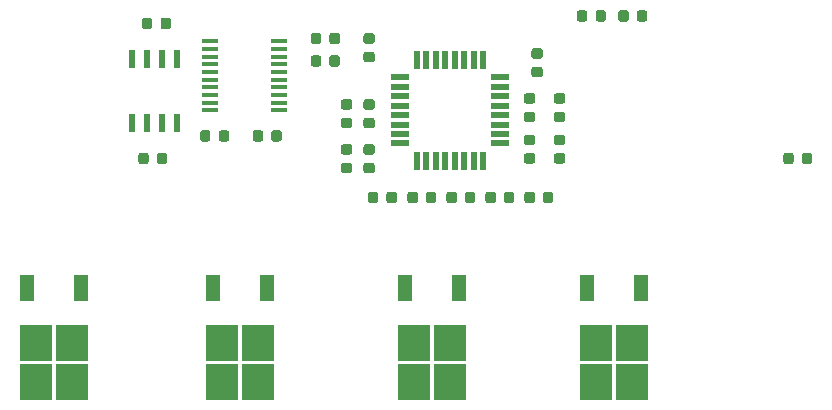
<source format=gbr>
G04 #@! TF.GenerationSoftware,KiCad,Pcbnew,(5.0.0)*
G04 #@! TF.CreationDate,2018-10-13T16:03:10-04:00*
G04 #@! TF.ProjectId,FanBoy,46616E426F792E6B696361645F706362,rev?*
G04 #@! TF.SameCoordinates,Original*
G04 #@! TF.FileFunction,Paste,Top*
G04 #@! TF.FilePolarity,Positive*
%FSLAX46Y46*%
G04 Gerber Fmt 4.6, Leading zero omitted, Abs format (unit mm)*
G04 Created by KiCad (PCBNEW (5.0.0)) date 10/13/18 16:03:10*
%MOMM*%
%LPD*%
G01*
G04 APERTURE LIST*
%ADD10R,0.600000X1.550000*%
%ADD11R,0.550000X1.600000*%
%ADD12R,1.600000X0.550000*%
%ADD13C,0.100000*%
%ADD14C,0.875000*%
%ADD15R,1.450000X0.450000*%
%ADD16R,1.200000X2.200000*%
%ADD17R,2.750000X3.050000*%
G04 APERTURE END LIST*
D10*
G04 #@! TO.C,U2*
X114554000Y-25367000D03*
X113284000Y-25367000D03*
X112014000Y-25367000D03*
X110744000Y-25367000D03*
X110744000Y-30767000D03*
X112014000Y-30767000D03*
X113284000Y-30767000D03*
X114554000Y-30767000D03*
G04 #@! TD*
D11*
G04 #@! TO.C,U4*
X134860001Y-33959999D03*
X135660001Y-33959999D03*
X136460001Y-33959999D03*
X137260001Y-33959999D03*
X138060001Y-33959999D03*
X138860001Y-33959999D03*
X139660001Y-33959999D03*
X140460001Y-33959999D03*
D12*
X141910001Y-32509999D03*
X141910001Y-31709999D03*
X141910001Y-30909999D03*
X141910001Y-30109999D03*
X141910001Y-29309999D03*
X141910001Y-28509999D03*
X141910001Y-27709999D03*
X141910001Y-26909999D03*
D11*
X140460001Y-25459999D03*
X139660001Y-25459999D03*
X138860001Y-25459999D03*
X138060001Y-25459999D03*
X137260001Y-25459999D03*
X136460001Y-25459999D03*
X135660001Y-25459999D03*
X134860001Y-25459999D03*
D12*
X133410001Y-26909999D03*
X133410001Y-27709999D03*
X133410001Y-28509999D03*
X133410001Y-29309999D03*
X133410001Y-30109999D03*
X133410001Y-30909999D03*
X133410001Y-31709999D03*
X133410001Y-32509999D03*
G04 #@! TD*
D13*
G04 #@! TO.C,C1*
G36*
X168134191Y-33308053D02*
X168155426Y-33311203D01*
X168176250Y-33316419D01*
X168196462Y-33323651D01*
X168215868Y-33332830D01*
X168234281Y-33343866D01*
X168251524Y-33356654D01*
X168267430Y-33371070D01*
X168281846Y-33386976D01*
X168294634Y-33404219D01*
X168305670Y-33422632D01*
X168314849Y-33442038D01*
X168322081Y-33462250D01*
X168327297Y-33483074D01*
X168330447Y-33504309D01*
X168331500Y-33525750D01*
X168331500Y-34038250D01*
X168330447Y-34059691D01*
X168327297Y-34080926D01*
X168322081Y-34101750D01*
X168314849Y-34121962D01*
X168305670Y-34141368D01*
X168294634Y-34159781D01*
X168281846Y-34177024D01*
X168267430Y-34192930D01*
X168251524Y-34207346D01*
X168234281Y-34220134D01*
X168215868Y-34231170D01*
X168196462Y-34240349D01*
X168176250Y-34247581D01*
X168155426Y-34252797D01*
X168134191Y-34255947D01*
X168112750Y-34257000D01*
X167675250Y-34257000D01*
X167653809Y-34255947D01*
X167632574Y-34252797D01*
X167611750Y-34247581D01*
X167591538Y-34240349D01*
X167572132Y-34231170D01*
X167553719Y-34220134D01*
X167536476Y-34207346D01*
X167520570Y-34192930D01*
X167506154Y-34177024D01*
X167493366Y-34159781D01*
X167482330Y-34141368D01*
X167473151Y-34121962D01*
X167465919Y-34101750D01*
X167460703Y-34080926D01*
X167457553Y-34059691D01*
X167456500Y-34038250D01*
X167456500Y-33525750D01*
X167457553Y-33504309D01*
X167460703Y-33483074D01*
X167465919Y-33462250D01*
X167473151Y-33442038D01*
X167482330Y-33422632D01*
X167493366Y-33404219D01*
X167506154Y-33386976D01*
X167520570Y-33371070D01*
X167536476Y-33356654D01*
X167553719Y-33343866D01*
X167572132Y-33332830D01*
X167591538Y-33323651D01*
X167611750Y-33316419D01*
X167632574Y-33311203D01*
X167653809Y-33308053D01*
X167675250Y-33307000D01*
X168112750Y-33307000D01*
X168134191Y-33308053D01*
X168134191Y-33308053D01*
G37*
D14*
X167894000Y-33782000D03*
D13*
G36*
X166559191Y-33308053D02*
X166580426Y-33311203D01*
X166601250Y-33316419D01*
X166621462Y-33323651D01*
X166640868Y-33332830D01*
X166659281Y-33343866D01*
X166676524Y-33356654D01*
X166692430Y-33371070D01*
X166706846Y-33386976D01*
X166719634Y-33404219D01*
X166730670Y-33422632D01*
X166739849Y-33442038D01*
X166747081Y-33462250D01*
X166752297Y-33483074D01*
X166755447Y-33504309D01*
X166756500Y-33525750D01*
X166756500Y-34038250D01*
X166755447Y-34059691D01*
X166752297Y-34080926D01*
X166747081Y-34101750D01*
X166739849Y-34121962D01*
X166730670Y-34141368D01*
X166719634Y-34159781D01*
X166706846Y-34177024D01*
X166692430Y-34192930D01*
X166676524Y-34207346D01*
X166659281Y-34220134D01*
X166640868Y-34231170D01*
X166621462Y-34240349D01*
X166601250Y-34247581D01*
X166580426Y-34252797D01*
X166559191Y-34255947D01*
X166537750Y-34257000D01*
X166100250Y-34257000D01*
X166078809Y-34255947D01*
X166057574Y-34252797D01*
X166036750Y-34247581D01*
X166016538Y-34240349D01*
X165997132Y-34231170D01*
X165978719Y-34220134D01*
X165961476Y-34207346D01*
X165945570Y-34192930D01*
X165931154Y-34177024D01*
X165918366Y-34159781D01*
X165907330Y-34141368D01*
X165898151Y-34121962D01*
X165890919Y-34101750D01*
X165885703Y-34080926D01*
X165882553Y-34059691D01*
X165881500Y-34038250D01*
X165881500Y-33525750D01*
X165882553Y-33504309D01*
X165885703Y-33483074D01*
X165890919Y-33462250D01*
X165898151Y-33442038D01*
X165907330Y-33422632D01*
X165918366Y-33404219D01*
X165931154Y-33386976D01*
X165945570Y-33371070D01*
X165961476Y-33356654D01*
X165978719Y-33343866D01*
X165997132Y-33332830D01*
X166016538Y-33323651D01*
X166036750Y-33316419D01*
X166057574Y-33311203D01*
X166078809Y-33308053D01*
X166100250Y-33307000D01*
X166537750Y-33307000D01*
X166559191Y-33308053D01*
X166559191Y-33308053D01*
G37*
D14*
X166319000Y-33782000D03*
G04 #@! TD*
D13*
G04 #@! TO.C,C2*
G36*
X154164191Y-21243053D02*
X154185426Y-21246203D01*
X154206250Y-21251419D01*
X154226462Y-21258651D01*
X154245868Y-21267830D01*
X154264281Y-21278866D01*
X154281524Y-21291654D01*
X154297430Y-21306070D01*
X154311846Y-21321976D01*
X154324634Y-21339219D01*
X154335670Y-21357632D01*
X154344849Y-21377038D01*
X154352081Y-21397250D01*
X154357297Y-21418074D01*
X154360447Y-21439309D01*
X154361500Y-21460750D01*
X154361500Y-21973250D01*
X154360447Y-21994691D01*
X154357297Y-22015926D01*
X154352081Y-22036750D01*
X154344849Y-22056962D01*
X154335670Y-22076368D01*
X154324634Y-22094781D01*
X154311846Y-22112024D01*
X154297430Y-22127930D01*
X154281524Y-22142346D01*
X154264281Y-22155134D01*
X154245868Y-22166170D01*
X154226462Y-22175349D01*
X154206250Y-22182581D01*
X154185426Y-22187797D01*
X154164191Y-22190947D01*
X154142750Y-22192000D01*
X153705250Y-22192000D01*
X153683809Y-22190947D01*
X153662574Y-22187797D01*
X153641750Y-22182581D01*
X153621538Y-22175349D01*
X153602132Y-22166170D01*
X153583719Y-22155134D01*
X153566476Y-22142346D01*
X153550570Y-22127930D01*
X153536154Y-22112024D01*
X153523366Y-22094781D01*
X153512330Y-22076368D01*
X153503151Y-22056962D01*
X153495919Y-22036750D01*
X153490703Y-22015926D01*
X153487553Y-21994691D01*
X153486500Y-21973250D01*
X153486500Y-21460750D01*
X153487553Y-21439309D01*
X153490703Y-21418074D01*
X153495919Y-21397250D01*
X153503151Y-21377038D01*
X153512330Y-21357632D01*
X153523366Y-21339219D01*
X153536154Y-21321976D01*
X153550570Y-21306070D01*
X153566476Y-21291654D01*
X153583719Y-21278866D01*
X153602132Y-21267830D01*
X153621538Y-21258651D01*
X153641750Y-21251419D01*
X153662574Y-21246203D01*
X153683809Y-21243053D01*
X153705250Y-21242000D01*
X154142750Y-21242000D01*
X154164191Y-21243053D01*
X154164191Y-21243053D01*
G37*
D14*
X153924000Y-21717000D03*
D13*
G36*
X152589191Y-21243053D02*
X152610426Y-21246203D01*
X152631250Y-21251419D01*
X152651462Y-21258651D01*
X152670868Y-21267830D01*
X152689281Y-21278866D01*
X152706524Y-21291654D01*
X152722430Y-21306070D01*
X152736846Y-21321976D01*
X152749634Y-21339219D01*
X152760670Y-21357632D01*
X152769849Y-21377038D01*
X152777081Y-21397250D01*
X152782297Y-21418074D01*
X152785447Y-21439309D01*
X152786500Y-21460750D01*
X152786500Y-21973250D01*
X152785447Y-21994691D01*
X152782297Y-22015926D01*
X152777081Y-22036750D01*
X152769849Y-22056962D01*
X152760670Y-22076368D01*
X152749634Y-22094781D01*
X152736846Y-22112024D01*
X152722430Y-22127930D01*
X152706524Y-22142346D01*
X152689281Y-22155134D01*
X152670868Y-22166170D01*
X152651462Y-22175349D01*
X152631250Y-22182581D01*
X152610426Y-22187797D01*
X152589191Y-22190947D01*
X152567750Y-22192000D01*
X152130250Y-22192000D01*
X152108809Y-22190947D01*
X152087574Y-22187797D01*
X152066750Y-22182581D01*
X152046538Y-22175349D01*
X152027132Y-22166170D01*
X152008719Y-22155134D01*
X151991476Y-22142346D01*
X151975570Y-22127930D01*
X151961154Y-22112024D01*
X151948366Y-22094781D01*
X151937330Y-22076368D01*
X151928151Y-22056962D01*
X151920919Y-22036750D01*
X151915703Y-22015926D01*
X151912553Y-21994691D01*
X151911500Y-21973250D01*
X151911500Y-21460750D01*
X151912553Y-21439309D01*
X151915703Y-21418074D01*
X151920919Y-21397250D01*
X151928151Y-21377038D01*
X151937330Y-21357632D01*
X151948366Y-21339219D01*
X151961154Y-21321976D01*
X151975570Y-21306070D01*
X151991476Y-21291654D01*
X152008719Y-21278866D01*
X152027132Y-21267830D01*
X152046538Y-21258651D01*
X152066750Y-21251419D01*
X152087574Y-21246203D01*
X152108809Y-21243053D01*
X152130250Y-21242000D01*
X152567750Y-21242000D01*
X152589191Y-21243053D01*
X152589191Y-21243053D01*
G37*
D14*
X152349000Y-21717000D03*
G04 #@! TD*
D13*
G04 #@! TO.C,C3*
G36*
X112254191Y-21878053D02*
X112275426Y-21881203D01*
X112296250Y-21886419D01*
X112316462Y-21893651D01*
X112335868Y-21902830D01*
X112354281Y-21913866D01*
X112371524Y-21926654D01*
X112387430Y-21941070D01*
X112401846Y-21956976D01*
X112414634Y-21974219D01*
X112425670Y-21992632D01*
X112434849Y-22012038D01*
X112442081Y-22032250D01*
X112447297Y-22053074D01*
X112450447Y-22074309D01*
X112451500Y-22095750D01*
X112451500Y-22608250D01*
X112450447Y-22629691D01*
X112447297Y-22650926D01*
X112442081Y-22671750D01*
X112434849Y-22691962D01*
X112425670Y-22711368D01*
X112414634Y-22729781D01*
X112401846Y-22747024D01*
X112387430Y-22762930D01*
X112371524Y-22777346D01*
X112354281Y-22790134D01*
X112335868Y-22801170D01*
X112316462Y-22810349D01*
X112296250Y-22817581D01*
X112275426Y-22822797D01*
X112254191Y-22825947D01*
X112232750Y-22827000D01*
X111795250Y-22827000D01*
X111773809Y-22825947D01*
X111752574Y-22822797D01*
X111731750Y-22817581D01*
X111711538Y-22810349D01*
X111692132Y-22801170D01*
X111673719Y-22790134D01*
X111656476Y-22777346D01*
X111640570Y-22762930D01*
X111626154Y-22747024D01*
X111613366Y-22729781D01*
X111602330Y-22711368D01*
X111593151Y-22691962D01*
X111585919Y-22671750D01*
X111580703Y-22650926D01*
X111577553Y-22629691D01*
X111576500Y-22608250D01*
X111576500Y-22095750D01*
X111577553Y-22074309D01*
X111580703Y-22053074D01*
X111585919Y-22032250D01*
X111593151Y-22012038D01*
X111602330Y-21992632D01*
X111613366Y-21974219D01*
X111626154Y-21956976D01*
X111640570Y-21941070D01*
X111656476Y-21926654D01*
X111673719Y-21913866D01*
X111692132Y-21902830D01*
X111711538Y-21893651D01*
X111731750Y-21886419D01*
X111752574Y-21881203D01*
X111773809Y-21878053D01*
X111795250Y-21877000D01*
X112232750Y-21877000D01*
X112254191Y-21878053D01*
X112254191Y-21878053D01*
G37*
D14*
X112014000Y-22352000D03*
D13*
G36*
X113829191Y-21878053D02*
X113850426Y-21881203D01*
X113871250Y-21886419D01*
X113891462Y-21893651D01*
X113910868Y-21902830D01*
X113929281Y-21913866D01*
X113946524Y-21926654D01*
X113962430Y-21941070D01*
X113976846Y-21956976D01*
X113989634Y-21974219D01*
X114000670Y-21992632D01*
X114009849Y-22012038D01*
X114017081Y-22032250D01*
X114022297Y-22053074D01*
X114025447Y-22074309D01*
X114026500Y-22095750D01*
X114026500Y-22608250D01*
X114025447Y-22629691D01*
X114022297Y-22650926D01*
X114017081Y-22671750D01*
X114009849Y-22691962D01*
X114000670Y-22711368D01*
X113989634Y-22729781D01*
X113976846Y-22747024D01*
X113962430Y-22762930D01*
X113946524Y-22777346D01*
X113929281Y-22790134D01*
X113910868Y-22801170D01*
X113891462Y-22810349D01*
X113871250Y-22817581D01*
X113850426Y-22822797D01*
X113829191Y-22825947D01*
X113807750Y-22827000D01*
X113370250Y-22827000D01*
X113348809Y-22825947D01*
X113327574Y-22822797D01*
X113306750Y-22817581D01*
X113286538Y-22810349D01*
X113267132Y-22801170D01*
X113248719Y-22790134D01*
X113231476Y-22777346D01*
X113215570Y-22762930D01*
X113201154Y-22747024D01*
X113188366Y-22729781D01*
X113177330Y-22711368D01*
X113168151Y-22691962D01*
X113160919Y-22671750D01*
X113155703Y-22650926D01*
X113152553Y-22629691D01*
X113151500Y-22608250D01*
X113151500Y-22095750D01*
X113152553Y-22074309D01*
X113155703Y-22053074D01*
X113160919Y-22032250D01*
X113168151Y-22012038D01*
X113177330Y-21992632D01*
X113188366Y-21974219D01*
X113201154Y-21956976D01*
X113215570Y-21941070D01*
X113231476Y-21926654D01*
X113248719Y-21913866D01*
X113267132Y-21902830D01*
X113286538Y-21893651D01*
X113306750Y-21886419D01*
X113327574Y-21881203D01*
X113348809Y-21878053D01*
X113370250Y-21877000D01*
X113807750Y-21877000D01*
X113829191Y-21878053D01*
X113829191Y-21878053D01*
G37*
D14*
X113589000Y-22352000D03*
G04 #@! TD*
D13*
G04 #@! TO.C,C4*
G36*
X150659191Y-21243053D02*
X150680426Y-21246203D01*
X150701250Y-21251419D01*
X150721462Y-21258651D01*
X150740868Y-21267830D01*
X150759281Y-21278866D01*
X150776524Y-21291654D01*
X150792430Y-21306070D01*
X150806846Y-21321976D01*
X150819634Y-21339219D01*
X150830670Y-21357632D01*
X150839849Y-21377038D01*
X150847081Y-21397250D01*
X150852297Y-21418074D01*
X150855447Y-21439309D01*
X150856500Y-21460750D01*
X150856500Y-21973250D01*
X150855447Y-21994691D01*
X150852297Y-22015926D01*
X150847081Y-22036750D01*
X150839849Y-22056962D01*
X150830670Y-22076368D01*
X150819634Y-22094781D01*
X150806846Y-22112024D01*
X150792430Y-22127930D01*
X150776524Y-22142346D01*
X150759281Y-22155134D01*
X150740868Y-22166170D01*
X150721462Y-22175349D01*
X150701250Y-22182581D01*
X150680426Y-22187797D01*
X150659191Y-22190947D01*
X150637750Y-22192000D01*
X150200250Y-22192000D01*
X150178809Y-22190947D01*
X150157574Y-22187797D01*
X150136750Y-22182581D01*
X150116538Y-22175349D01*
X150097132Y-22166170D01*
X150078719Y-22155134D01*
X150061476Y-22142346D01*
X150045570Y-22127930D01*
X150031154Y-22112024D01*
X150018366Y-22094781D01*
X150007330Y-22076368D01*
X149998151Y-22056962D01*
X149990919Y-22036750D01*
X149985703Y-22015926D01*
X149982553Y-21994691D01*
X149981500Y-21973250D01*
X149981500Y-21460750D01*
X149982553Y-21439309D01*
X149985703Y-21418074D01*
X149990919Y-21397250D01*
X149998151Y-21377038D01*
X150007330Y-21357632D01*
X150018366Y-21339219D01*
X150031154Y-21321976D01*
X150045570Y-21306070D01*
X150061476Y-21291654D01*
X150078719Y-21278866D01*
X150097132Y-21267830D01*
X150116538Y-21258651D01*
X150136750Y-21251419D01*
X150157574Y-21246203D01*
X150178809Y-21243053D01*
X150200250Y-21242000D01*
X150637750Y-21242000D01*
X150659191Y-21243053D01*
X150659191Y-21243053D01*
G37*
D14*
X150419000Y-21717000D03*
D13*
G36*
X149084191Y-21243053D02*
X149105426Y-21246203D01*
X149126250Y-21251419D01*
X149146462Y-21258651D01*
X149165868Y-21267830D01*
X149184281Y-21278866D01*
X149201524Y-21291654D01*
X149217430Y-21306070D01*
X149231846Y-21321976D01*
X149244634Y-21339219D01*
X149255670Y-21357632D01*
X149264849Y-21377038D01*
X149272081Y-21397250D01*
X149277297Y-21418074D01*
X149280447Y-21439309D01*
X149281500Y-21460750D01*
X149281500Y-21973250D01*
X149280447Y-21994691D01*
X149277297Y-22015926D01*
X149272081Y-22036750D01*
X149264849Y-22056962D01*
X149255670Y-22076368D01*
X149244634Y-22094781D01*
X149231846Y-22112024D01*
X149217430Y-22127930D01*
X149201524Y-22142346D01*
X149184281Y-22155134D01*
X149165868Y-22166170D01*
X149146462Y-22175349D01*
X149126250Y-22182581D01*
X149105426Y-22187797D01*
X149084191Y-22190947D01*
X149062750Y-22192000D01*
X148625250Y-22192000D01*
X148603809Y-22190947D01*
X148582574Y-22187797D01*
X148561750Y-22182581D01*
X148541538Y-22175349D01*
X148522132Y-22166170D01*
X148503719Y-22155134D01*
X148486476Y-22142346D01*
X148470570Y-22127930D01*
X148456154Y-22112024D01*
X148443366Y-22094781D01*
X148432330Y-22076368D01*
X148423151Y-22056962D01*
X148415919Y-22036750D01*
X148410703Y-22015926D01*
X148407553Y-21994691D01*
X148406500Y-21973250D01*
X148406500Y-21460750D01*
X148407553Y-21439309D01*
X148410703Y-21418074D01*
X148415919Y-21397250D01*
X148423151Y-21377038D01*
X148432330Y-21357632D01*
X148443366Y-21339219D01*
X148456154Y-21321976D01*
X148470570Y-21306070D01*
X148486476Y-21291654D01*
X148503719Y-21278866D01*
X148522132Y-21267830D01*
X148541538Y-21258651D01*
X148561750Y-21251419D01*
X148582574Y-21246203D01*
X148603809Y-21243053D01*
X148625250Y-21242000D01*
X149062750Y-21242000D01*
X149084191Y-21243053D01*
X149084191Y-21243053D01*
G37*
D14*
X148844000Y-21717000D03*
G04 #@! TD*
D13*
G04 #@! TO.C,C5*
G36*
X128129191Y-25053053D02*
X128150426Y-25056203D01*
X128171250Y-25061419D01*
X128191462Y-25068651D01*
X128210868Y-25077830D01*
X128229281Y-25088866D01*
X128246524Y-25101654D01*
X128262430Y-25116070D01*
X128276846Y-25131976D01*
X128289634Y-25149219D01*
X128300670Y-25167632D01*
X128309849Y-25187038D01*
X128317081Y-25207250D01*
X128322297Y-25228074D01*
X128325447Y-25249309D01*
X128326500Y-25270750D01*
X128326500Y-25783250D01*
X128325447Y-25804691D01*
X128322297Y-25825926D01*
X128317081Y-25846750D01*
X128309849Y-25866962D01*
X128300670Y-25886368D01*
X128289634Y-25904781D01*
X128276846Y-25922024D01*
X128262430Y-25937930D01*
X128246524Y-25952346D01*
X128229281Y-25965134D01*
X128210868Y-25976170D01*
X128191462Y-25985349D01*
X128171250Y-25992581D01*
X128150426Y-25997797D01*
X128129191Y-26000947D01*
X128107750Y-26002000D01*
X127670250Y-26002000D01*
X127648809Y-26000947D01*
X127627574Y-25997797D01*
X127606750Y-25992581D01*
X127586538Y-25985349D01*
X127567132Y-25976170D01*
X127548719Y-25965134D01*
X127531476Y-25952346D01*
X127515570Y-25937930D01*
X127501154Y-25922024D01*
X127488366Y-25904781D01*
X127477330Y-25886368D01*
X127468151Y-25866962D01*
X127460919Y-25846750D01*
X127455703Y-25825926D01*
X127452553Y-25804691D01*
X127451500Y-25783250D01*
X127451500Y-25270750D01*
X127452553Y-25249309D01*
X127455703Y-25228074D01*
X127460919Y-25207250D01*
X127468151Y-25187038D01*
X127477330Y-25167632D01*
X127488366Y-25149219D01*
X127501154Y-25131976D01*
X127515570Y-25116070D01*
X127531476Y-25101654D01*
X127548719Y-25088866D01*
X127567132Y-25077830D01*
X127586538Y-25068651D01*
X127606750Y-25061419D01*
X127627574Y-25056203D01*
X127648809Y-25053053D01*
X127670250Y-25052000D01*
X128107750Y-25052000D01*
X128129191Y-25053053D01*
X128129191Y-25053053D01*
G37*
D14*
X127889000Y-25527000D03*
D13*
G36*
X126554191Y-25053053D02*
X126575426Y-25056203D01*
X126596250Y-25061419D01*
X126616462Y-25068651D01*
X126635868Y-25077830D01*
X126654281Y-25088866D01*
X126671524Y-25101654D01*
X126687430Y-25116070D01*
X126701846Y-25131976D01*
X126714634Y-25149219D01*
X126725670Y-25167632D01*
X126734849Y-25187038D01*
X126742081Y-25207250D01*
X126747297Y-25228074D01*
X126750447Y-25249309D01*
X126751500Y-25270750D01*
X126751500Y-25783250D01*
X126750447Y-25804691D01*
X126747297Y-25825926D01*
X126742081Y-25846750D01*
X126734849Y-25866962D01*
X126725670Y-25886368D01*
X126714634Y-25904781D01*
X126701846Y-25922024D01*
X126687430Y-25937930D01*
X126671524Y-25952346D01*
X126654281Y-25965134D01*
X126635868Y-25976170D01*
X126616462Y-25985349D01*
X126596250Y-25992581D01*
X126575426Y-25997797D01*
X126554191Y-26000947D01*
X126532750Y-26002000D01*
X126095250Y-26002000D01*
X126073809Y-26000947D01*
X126052574Y-25997797D01*
X126031750Y-25992581D01*
X126011538Y-25985349D01*
X125992132Y-25976170D01*
X125973719Y-25965134D01*
X125956476Y-25952346D01*
X125940570Y-25937930D01*
X125926154Y-25922024D01*
X125913366Y-25904781D01*
X125902330Y-25886368D01*
X125893151Y-25866962D01*
X125885919Y-25846750D01*
X125880703Y-25825926D01*
X125877553Y-25804691D01*
X125876500Y-25783250D01*
X125876500Y-25270750D01*
X125877553Y-25249309D01*
X125880703Y-25228074D01*
X125885919Y-25207250D01*
X125893151Y-25187038D01*
X125902330Y-25167632D01*
X125913366Y-25149219D01*
X125926154Y-25131976D01*
X125940570Y-25116070D01*
X125956476Y-25101654D01*
X125973719Y-25088866D01*
X125992132Y-25077830D01*
X126011538Y-25068651D01*
X126031750Y-25061419D01*
X126052574Y-25056203D01*
X126073809Y-25053053D01*
X126095250Y-25052000D01*
X126532750Y-25052000D01*
X126554191Y-25053053D01*
X126554191Y-25053053D01*
G37*
D14*
X126314000Y-25527000D03*
G04 #@! TD*
D13*
G04 #@! TO.C,C6*
G36*
X123201691Y-31403053D02*
X123222926Y-31406203D01*
X123243750Y-31411419D01*
X123263962Y-31418651D01*
X123283368Y-31427830D01*
X123301781Y-31438866D01*
X123319024Y-31451654D01*
X123334930Y-31466070D01*
X123349346Y-31481976D01*
X123362134Y-31499219D01*
X123373170Y-31517632D01*
X123382349Y-31537038D01*
X123389581Y-31557250D01*
X123394797Y-31578074D01*
X123397947Y-31599309D01*
X123399000Y-31620750D01*
X123399000Y-32133250D01*
X123397947Y-32154691D01*
X123394797Y-32175926D01*
X123389581Y-32196750D01*
X123382349Y-32216962D01*
X123373170Y-32236368D01*
X123362134Y-32254781D01*
X123349346Y-32272024D01*
X123334930Y-32287930D01*
X123319024Y-32302346D01*
X123301781Y-32315134D01*
X123283368Y-32326170D01*
X123263962Y-32335349D01*
X123243750Y-32342581D01*
X123222926Y-32347797D01*
X123201691Y-32350947D01*
X123180250Y-32352000D01*
X122742750Y-32352000D01*
X122721309Y-32350947D01*
X122700074Y-32347797D01*
X122679250Y-32342581D01*
X122659038Y-32335349D01*
X122639632Y-32326170D01*
X122621219Y-32315134D01*
X122603976Y-32302346D01*
X122588070Y-32287930D01*
X122573654Y-32272024D01*
X122560866Y-32254781D01*
X122549830Y-32236368D01*
X122540651Y-32216962D01*
X122533419Y-32196750D01*
X122528203Y-32175926D01*
X122525053Y-32154691D01*
X122524000Y-32133250D01*
X122524000Y-31620750D01*
X122525053Y-31599309D01*
X122528203Y-31578074D01*
X122533419Y-31557250D01*
X122540651Y-31537038D01*
X122549830Y-31517632D01*
X122560866Y-31499219D01*
X122573654Y-31481976D01*
X122588070Y-31466070D01*
X122603976Y-31451654D01*
X122621219Y-31438866D01*
X122639632Y-31427830D01*
X122659038Y-31418651D01*
X122679250Y-31411419D01*
X122700074Y-31406203D01*
X122721309Y-31403053D01*
X122742750Y-31402000D01*
X123180250Y-31402000D01*
X123201691Y-31403053D01*
X123201691Y-31403053D01*
G37*
D14*
X122961500Y-31877000D03*
D13*
G36*
X121626691Y-31403053D02*
X121647926Y-31406203D01*
X121668750Y-31411419D01*
X121688962Y-31418651D01*
X121708368Y-31427830D01*
X121726781Y-31438866D01*
X121744024Y-31451654D01*
X121759930Y-31466070D01*
X121774346Y-31481976D01*
X121787134Y-31499219D01*
X121798170Y-31517632D01*
X121807349Y-31537038D01*
X121814581Y-31557250D01*
X121819797Y-31578074D01*
X121822947Y-31599309D01*
X121824000Y-31620750D01*
X121824000Y-32133250D01*
X121822947Y-32154691D01*
X121819797Y-32175926D01*
X121814581Y-32196750D01*
X121807349Y-32216962D01*
X121798170Y-32236368D01*
X121787134Y-32254781D01*
X121774346Y-32272024D01*
X121759930Y-32287930D01*
X121744024Y-32302346D01*
X121726781Y-32315134D01*
X121708368Y-32326170D01*
X121688962Y-32335349D01*
X121668750Y-32342581D01*
X121647926Y-32347797D01*
X121626691Y-32350947D01*
X121605250Y-32352000D01*
X121167750Y-32352000D01*
X121146309Y-32350947D01*
X121125074Y-32347797D01*
X121104250Y-32342581D01*
X121084038Y-32335349D01*
X121064632Y-32326170D01*
X121046219Y-32315134D01*
X121028976Y-32302346D01*
X121013070Y-32287930D01*
X120998654Y-32272024D01*
X120985866Y-32254781D01*
X120974830Y-32236368D01*
X120965651Y-32216962D01*
X120958419Y-32196750D01*
X120953203Y-32175926D01*
X120950053Y-32154691D01*
X120949000Y-32133250D01*
X120949000Y-31620750D01*
X120950053Y-31599309D01*
X120953203Y-31578074D01*
X120958419Y-31557250D01*
X120965651Y-31537038D01*
X120974830Y-31517632D01*
X120985866Y-31499219D01*
X120998654Y-31481976D01*
X121013070Y-31466070D01*
X121028976Y-31451654D01*
X121046219Y-31438866D01*
X121064632Y-31427830D01*
X121084038Y-31418651D01*
X121104250Y-31411419D01*
X121125074Y-31406203D01*
X121146309Y-31403053D01*
X121167750Y-31402000D01*
X121605250Y-31402000D01*
X121626691Y-31403053D01*
X121626691Y-31403053D01*
G37*
D14*
X121386500Y-31877000D03*
G04 #@! TD*
D13*
G04 #@! TO.C,C7*
G36*
X118756691Y-31403053D02*
X118777926Y-31406203D01*
X118798750Y-31411419D01*
X118818962Y-31418651D01*
X118838368Y-31427830D01*
X118856781Y-31438866D01*
X118874024Y-31451654D01*
X118889930Y-31466070D01*
X118904346Y-31481976D01*
X118917134Y-31499219D01*
X118928170Y-31517632D01*
X118937349Y-31537038D01*
X118944581Y-31557250D01*
X118949797Y-31578074D01*
X118952947Y-31599309D01*
X118954000Y-31620750D01*
X118954000Y-32133250D01*
X118952947Y-32154691D01*
X118949797Y-32175926D01*
X118944581Y-32196750D01*
X118937349Y-32216962D01*
X118928170Y-32236368D01*
X118917134Y-32254781D01*
X118904346Y-32272024D01*
X118889930Y-32287930D01*
X118874024Y-32302346D01*
X118856781Y-32315134D01*
X118838368Y-32326170D01*
X118818962Y-32335349D01*
X118798750Y-32342581D01*
X118777926Y-32347797D01*
X118756691Y-32350947D01*
X118735250Y-32352000D01*
X118297750Y-32352000D01*
X118276309Y-32350947D01*
X118255074Y-32347797D01*
X118234250Y-32342581D01*
X118214038Y-32335349D01*
X118194632Y-32326170D01*
X118176219Y-32315134D01*
X118158976Y-32302346D01*
X118143070Y-32287930D01*
X118128654Y-32272024D01*
X118115866Y-32254781D01*
X118104830Y-32236368D01*
X118095651Y-32216962D01*
X118088419Y-32196750D01*
X118083203Y-32175926D01*
X118080053Y-32154691D01*
X118079000Y-32133250D01*
X118079000Y-31620750D01*
X118080053Y-31599309D01*
X118083203Y-31578074D01*
X118088419Y-31557250D01*
X118095651Y-31537038D01*
X118104830Y-31517632D01*
X118115866Y-31499219D01*
X118128654Y-31481976D01*
X118143070Y-31466070D01*
X118158976Y-31451654D01*
X118176219Y-31438866D01*
X118194632Y-31427830D01*
X118214038Y-31418651D01*
X118234250Y-31411419D01*
X118255074Y-31406203D01*
X118276309Y-31403053D01*
X118297750Y-31402000D01*
X118735250Y-31402000D01*
X118756691Y-31403053D01*
X118756691Y-31403053D01*
G37*
D14*
X118516500Y-31877000D03*
D13*
G36*
X117181691Y-31403053D02*
X117202926Y-31406203D01*
X117223750Y-31411419D01*
X117243962Y-31418651D01*
X117263368Y-31427830D01*
X117281781Y-31438866D01*
X117299024Y-31451654D01*
X117314930Y-31466070D01*
X117329346Y-31481976D01*
X117342134Y-31499219D01*
X117353170Y-31517632D01*
X117362349Y-31537038D01*
X117369581Y-31557250D01*
X117374797Y-31578074D01*
X117377947Y-31599309D01*
X117379000Y-31620750D01*
X117379000Y-32133250D01*
X117377947Y-32154691D01*
X117374797Y-32175926D01*
X117369581Y-32196750D01*
X117362349Y-32216962D01*
X117353170Y-32236368D01*
X117342134Y-32254781D01*
X117329346Y-32272024D01*
X117314930Y-32287930D01*
X117299024Y-32302346D01*
X117281781Y-32315134D01*
X117263368Y-32326170D01*
X117243962Y-32335349D01*
X117223750Y-32342581D01*
X117202926Y-32347797D01*
X117181691Y-32350947D01*
X117160250Y-32352000D01*
X116722750Y-32352000D01*
X116701309Y-32350947D01*
X116680074Y-32347797D01*
X116659250Y-32342581D01*
X116639038Y-32335349D01*
X116619632Y-32326170D01*
X116601219Y-32315134D01*
X116583976Y-32302346D01*
X116568070Y-32287930D01*
X116553654Y-32272024D01*
X116540866Y-32254781D01*
X116529830Y-32236368D01*
X116520651Y-32216962D01*
X116513419Y-32196750D01*
X116508203Y-32175926D01*
X116505053Y-32154691D01*
X116504000Y-32133250D01*
X116504000Y-31620750D01*
X116505053Y-31599309D01*
X116508203Y-31578074D01*
X116513419Y-31557250D01*
X116520651Y-31537038D01*
X116529830Y-31517632D01*
X116540866Y-31499219D01*
X116553654Y-31481976D01*
X116568070Y-31466070D01*
X116583976Y-31451654D01*
X116601219Y-31438866D01*
X116619632Y-31427830D01*
X116639038Y-31418651D01*
X116659250Y-31411419D01*
X116680074Y-31406203D01*
X116701309Y-31403053D01*
X116722750Y-31402000D01*
X117160250Y-31402000D01*
X117181691Y-31403053D01*
X117181691Y-31403053D01*
G37*
D14*
X116941500Y-31877000D03*
G04 #@! TD*
D13*
G04 #@! TO.C,C8*
G36*
X145311691Y-26030553D02*
X145332926Y-26033703D01*
X145353750Y-26038919D01*
X145373962Y-26046151D01*
X145393368Y-26055330D01*
X145411781Y-26066366D01*
X145429024Y-26079154D01*
X145444930Y-26093570D01*
X145459346Y-26109476D01*
X145472134Y-26126719D01*
X145483170Y-26145132D01*
X145492349Y-26164538D01*
X145499581Y-26184750D01*
X145504797Y-26205574D01*
X145507947Y-26226809D01*
X145509000Y-26248250D01*
X145509000Y-26685750D01*
X145507947Y-26707191D01*
X145504797Y-26728426D01*
X145499581Y-26749250D01*
X145492349Y-26769462D01*
X145483170Y-26788868D01*
X145472134Y-26807281D01*
X145459346Y-26824524D01*
X145444930Y-26840430D01*
X145429024Y-26854846D01*
X145411781Y-26867634D01*
X145393368Y-26878670D01*
X145373962Y-26887849D01*
X145353750Y-26895081D01*
X145332926Y-26900297D01*
X145311691Y-26903447D01*
X145290250Y-26904500D01*
X144777750Y-26904500D01*
X144756309Y-26903447D01*
X144735074Y-26900297D01*
X144714250Y-26895081D01*
X144694038Y-26887849D01*
X144674632Y-26878670D01*
X144656219Y-26867634D01*
X144638976Y-26854846D01*
X144623070Y-26840430D01*
X144608654Y-26824524D01*
X144595866Y-26807281D01*
X144584830Y-26788868D01*
X144575651Y-26769462D01*
X144568419Y-26749250D01*
X144563203Y-26728426D01*
X144560053Y-26707191D01*
X144559000Y-26685750D01*
X144559000Y-26248250D01*
X144560053Y-26226809D01*
X144563203Y-26205574D01*
X144568419Y-26184750D01*
X144575651Y-26164538D01*
X144584830Y-26145132D01*
X144595866Y-26126719D01*
X144608654Y-26109476D01*
X144623070Y-26093570D01*
X144638976Y-26079154D01*
X144656219Y-26066366D01*
X144674632Y-26055330D01*
X144694038Y-26046151D01*
X144714250Y-26038919D01*
X144735074Y-26033703D01*
X144756309Y-26030553D01*
X144777750Y-26029500D01*
X145290250Y-26029500D01*
X145311691Y-26030553D01*
X145311691Y-26030553D01*
G37*
D14*
X145034000Y-26467000D03*
D13*
G36*
X145311691Y-24455553D02*
X145332926Y-24458703D01*
X145353750Y-24463919D01*
X145373962Y-24471151D01*
X145393368Y-24480330D01*
X145411781Y-24491366D01*
X145429024Y-24504154D01*
X145444930Y-24518570D01*
X145459346Y-24534476D01*
X145472134Y-24551719D01*
X145483170Y-24570132D01*
X145492349Y-24589538D01*
X145499581Y-24609750D01*
X145504797Y-24630574D01*
X145507947Y-24651809D01*
X145509000Y-24673250D01*
X145509000Y-25110750D01*
X145507947Y-25132191D01*
X145504797Y-25153426D01*
X145499581Y-25174250D01*
X145492349Y-25194462D01*
X145483170Y-25213868D01*
X145472134Y-25232281D01*
X145459346Y-25249524D01*
X145444930Y-25265430D01*
X145429024Y-25279846D01*
X145411781Y-25292634D01*
X145393368Y-25303670D01*
X145373962Y-25312849D01*
X145353750Y-25320081D01*
X145332926Y-25325297D01*
X145311691Y-25328447D01*
X145290250Y-25329500D01*
X144777750Y-25329500D01*
X144756309Y-25328447D01*
X144735074Y-25325297D01*
X144714250Y-25320081D01*
X144694038Y-25312849D01*
X144674632Y-25303670D01*
X144656219Y-25292634D01*
X144638976Y-25279846D01*
X144623070Y-25265430D01*
X144608654Y-25249524D01*
X144595866Y-25232281D01*
X144584830Y-25213868D01*
X144575651Y-25194462D01*
X144568419Y-25174250D01*
X144563203Y-25153426D01*
X144560053Y-25132191D01*
X144559000Y-25110750D01*
X144559000Y-24673250D01*
X144560053Y-24651809D01*
X144563203Y-24630574D01*
X144568419Y-24609750D01*
X144575651Y-24589538D01*
X144584830Y-24570132D01*
X144595866Y-24551719D01*
X144608654Y-24534476D01*
X144623070Y-24518570D01*
X144638976Y-24504154D01*
X144656219Y-24491366D01*
X144674632Y-24480330D01*
X144694038Y-24471151D01*
X144714250Y-24463919D01*
X144735074Y-24458703D01*
X144756309Y-24455553D01*
X144777750Y-24454500D01*
X145290250Y-24454500D01*
X145311691Y-24455553D01*
X145311691Y-24455553D01*
G37*
D14*
X145034000Y-24892000D03*
G04 #@! TD*
D13*
G04 #@! TO.C,C9*
G36*
X139610191Y-36610053D02*
X139631426Y-36613203D01*
X139652250Y-36618419D01*
X139672462Y-36625651D01*
X139691868Y-36634830D01*
X139710281Y-36645866D01*
X139727524Y-36658654D01*
X139743430Y-36673070D01*
X139757846Y-36688976D01*
X139770634Y-36706219D01*
X139781670Y-36724632D01*
X139790849Y-36744038D01*
X139798081Y-36764250D01*
X139803297Y-36785074D01*
X139806447Y-36806309D01*
X139807500Y-36827750D01*
X139807500Y-37340250D01*
X139806447Y-37361691D01*
X139803297Y-37382926D01*
X139798081Y-37403750D01*
X139790849Y-37423962D01*
X139781670Y-37443368D01*
X139770634Y-37461781D01*
X139757846Y-37479024D01*
X139743430Y-37494930D01*
X139727524Y-37509346D01*
X139710281Y-37522134D01*
X139691868Y-37533170D01*
X139672462Y-37542349D01*
X139652250Y-37549581D01*
X139631426Y-37554797D01*
X139610191Y-37557947D01*
X139588750Y-37559000D01*
X139151250Y-37559000D01*
X139129809Y-37557947D01*
X139108574Y-37554797D01*
X139087750Y-37549581D01*
X139067538Y-37542349D01*
X139048132Y-37533170D01*
X139029719Y-37522134D01*
X139012476Y-37509346D01*
X138996570Y-37494930D01*
X138982154Y-37479024D01*
X138969366Y-37461781D01*
X138958330Y-37443368D01*
X138949151Y-37423962D01*
X138941919Y-37403750D01*
X138936703Y-37382926D01*
X138933553Y-37361691D01*
X138932500Y-37340250D01*
X138932500Y-36827750D01*
X138933553Y-36806309D01*
X138936703Y-36785074D01*
X138941919Y-36764250D01*
X138949151Y-36744038D01*
X138958330Y-36724632D01*
X138969366Y-36706219D01*
X138982154Y-36688976D01*
X138996570Y-36673070D01*
X139012476Y-36658654D01*
X139029719Y-36645866D01*
X139048132Y-36634830D01*
X139067538Y-36625651D01*
X139087750Y-36618419D01*
X139108574Y-36613203D01*
X139129809Y-36610053D01*
X139151250Y-36609000D01*
X139588750Y-36609000D01*
X139610191Y-36610053D01*
X139610191Y-36610053D01*
G37*
D14*
X139370000Y-37084000D03*
D13*
G36*
X138035191Y-36610053D02*
X138056426Y-36613203D01*
X138077250Y-36618419D01*
X138097462Y-36625651D01*
X138116868Y-36634830D01*
X138135281Y-36645866D01*
X138152524Y-36658654D01*
X138168430Y-36673070D01*
X138182846Y-36688976D01*
X138195634Y-36706219D01*
X138206670Y-36724632D01*
X138215849Y-36744038D01*
X138223081Y-36764250D01*
X138228297Y-36785074D01*
X138231447Y-36806309D01*
X138232500Y-36827750D01*
X138232500Y-37340250D01*
X138231447Y-37361691D01*
X138228297Y-37382926D01*
X138223081Y-37403750D01*
X138215849Y-37423962D01*
X138206670Y-37443368D01*
X138195634Y-37461781D01*
X138182846Y-37479024D01*
X138168430Y-37494930D01*
X138152524Y-37509346D01*
X138135281Y-37522134D01*
X138116868Y-37533170D01*
X138097462Y-37542349D01*
X138077250Y-37549581D01*
X138056426Y-37554797D01*
X138035191Y-37557947D01*
X138013750Y-37559000D01*
X137576250Y-37559000D01*
X137554809Y-37557947D01*
X137533574Y-37554797D01*
X137512750Y-37549581D01*
X137492538Y-37542349D01*
X137473132Y-37533170D01*
X137454719Y-37522134D01*
X137437476Y-37509346D01*
X137421570Y-37494930D01*
X137407154Y-37479024D01*
X137394366Y-37461781D01*
X137383330Y-37443368D01*
X137374151Y-37423962D01*
X137366919Y-37403750D01*
X137361703Y-37382926D01*
X137358553Y-37361691D01*
X137357500Y-37340250D01*
X137357500Y-36827750D01*
X137358553Y-36806309D01*
X137361703Y-36785074D01*
X137366919Y-36764250D01*
X137374151Y-36744038D01*
X137383330Y-36724632D01*
X137394366Y-36706219D01*
X137407154Y-36688976D01*
X137421570Y-36673070D01*
X137437476Y-36658654D01*
X137454719Y-36645866D01*
X137473132Y-36634830D01*
X137492538Y-36625651D01*
X137512750Y-36618419D01*
X137533574Y-36613203D01*
X137554809Y-36610053D01*
X137576250Y-36609000D01*
X138013750Y-36609000D01*
X138035191Y-36610053D01*
X138035191Y-36610053D01*
G37*
D14*
X137795000Y-37084000D03*
G04 #@! TD*
D13*
G04 #@! TO.C,D5*
G36*
X131087691Y-28773553D02*
X131108926Y-28776703D01*
X131129750Y-28781919D01*
X131149962Y-28789151D01*
X131169368Y-28798330D01*
X131187781Y-28809366D01*
X131205024Y-28822154D01*
X131220930Y-28836570D01*
X131235346Y-28852476D01*
X131248134Y-28869719D01*
X131259170Y-28888132D01*
X131268349Y-28907538D01*
X131275581Y-28927750D01*
X131280797Y-28948574D01*
X131283947Y-28969809D01*
X131285000Y-28991250D01*
X131285000Y-29428750D01*
X131283947Y-29450191D01*
X131280797Y-29471426D01*
X131275581Y-29492250D01*
X131268349Y-29512462D01*
X131259170Y-29531868D01*
X131248134Y-29550281D01*
X131235346Y-29567524D01*
X131220930Y-29583430D01*
X131205024Y-29597846D01*
X131187781Y-29610634D01*
X131169368Y-29621670D01*
X131149962Y-29630849D01*
X131129750Y-29638081D01*
X131108926Y-29643297D01*
X131087691Y-29646447D01*
X131066250Y-29647500D01*
X130553750Y-29647500D01*
X130532309Y-29646447D01*
X130511074Y-29643297D01*
X130490250Y-29638081D01*
X130470038Y-29630849D01*
X130450632Y-29621670D01*
X130432219Y-29610634D01*
X130414976Y-29597846D01*
X130399070Y-29583430D01*
X130384654Y-29567524D01*
X130371866Y-29550281D01*
X130360830Y-29531868D01*
X130351651Y-29512462D01*
X130344419Y-29492250D01*
X130339203Y-29471426D01*
X130336053Y-29450191D01*
X130335000Y-29428750D01*
X130335000Y-28991250D01*
X130336053Y-28969809D01*
X130339203Y-28948574D01*
X130344419Y-28927750D01*
X130351651Y-28907538D01*
X130360830Y-28888132D01*
X130371866Y-28869719D01*
X130384654Y-28852476D01*
X130399070Y-28836570D01*
X130414976Y-28822154D01*
X130432219Y-28809366D01*
X130450632Y-28798330D01*
X130470038Y-28789151D01*
X130490250Y-28781919D01*
X130511074Y-28776703D01*
X130532309Y-28773553D01*
X130553750Y-28772500D01*
X131066250Y-28772500D01*
X131087691Y-28773553D01*
X131087691Y-28773553D01*
G37*
D14*
X130810000Y-29210000D03*
D13*
G36*
X131087691Y-30348553D02*
X131108926Y-30351703D01*
X131129750Y-30356919D01*
X131149962Y-30364151D01*
X131169368Y-30373330D01*
X131187781Y-30384366D01*
X131205024Y-30397154D01*
X131220930Y-30411570D01*
X131235346Y-30427476D01*
X131248134Y-30444719D01*
X131259170Y-30463132D01*
X131268349Y-30482538D01*
X131275581Y-30502750D01*
X131280797Y-30523574D01*
X131283947Y-30544809D01*
X131285000Y-30566250D01*
X131285000Y-31003750D01*
X131283947Y-31025191D01*
X131280797Y-31046426D01*
X131275581Y-31067250D01*
X131268349Y-31087462D01*
X131259170Y-31106868D01*
X131248134Y-31125281D01*
X131235346Y-31142524D01*
X131220930Y-31158430D01*
X131205024Y-31172846D01*
X131187781Y-31185634D01*
X131169368Y-31196670D01*
X131149962Y-31205849D01*
X131129750Y-31213081D01*
X131108926Y-31218297D01*
X131087691Y-31221447D01*
X131066250Y-31222500D01*
X130553750Y-31222500D01*
X130532309Y-31221447D01*
X130511074Y-31218297D01*
X130490250Y-31213081D01*
X130470038Y-31205849D01*
X130450632Y-31196670D01*
X130432219Y-31185634D01*
X130414976Y-31172846D01*
X130399070Y-31158430D01*
X130384654Y-31142524D01*
X130371866Y-31125281D01*
X130360830Y-31106868D01*
X130351651Y-31087462D01*
X130344419Y-31067250D01*
X130339203Y-31046426D01*
X130336053Y-31025191D01*
X130335000Y-31003750D01*
X130335000Y-30566250D01*
X130336053Y-30544809D01*
X130339203Y-30523574D01*
X130344419Y-30502750D01*
X130351651Y-30482538D01*
X130360830Y-30463132D01*
X130371866Y-30444719D01*
X130384654Y-30427476D01*
X130399070Y-30411570D01*
X130414976Y-30397154D01*
X130432219Y-30384366D01*
X130450632Y-30373330D01*
X130470038Y-30364151D01*
X130490250Y-30356919D01*
X130511074Y-30351703D01*
X130532309Y-30348553D01*
X130553750Y-30347500D01*
X131066250Y-30347500D01*
X131087691Y-30348553D01*
X131087691Y-30348553D01*
G37*
D14*
X130810000Y-30785000D03*
G04 #@! TD*
D13*
G04 #@! TO.C,D6*
G36*
X131087691Y-32583553D02*
X131108926Y-32586703D01*
X131129750Y-32591919D01*
X131149962Y-32599151D01*
X131169368Y-32608330D01*
X131187781Y-32619366D01*
X131205024Y-32632154D01*
X131220930Y-32646570D01*
X131235346Y-32662476D01*
X131248134Y-32679719D01*
X131259170Y-32698132D01*
X131268349Y-32717538D01*
X131275581Y-32737750D01*
X131280797Y-32758574D01*
X131283947Y-32779809D01*
X131285000Y-32801250D01*
X131285000Y-33238750D01*
X131283947Y-33260191D01*
X131280797Y-33281426D01*
X131275581Y-33302250D01*
X131268349Y-33322462D01*
X131259170Y-33341868D01*
X131248134Y-33360281D01*
X131235346Y-33377524D01*
X131220930Y-33393430D01*
X131205024Y-33407846D01*
X131187781Y-33420634D01*
X131169368Y-33431670D01*
X131149962Y-33440849D01*
X131129750Y-33448081D01*
X131108926Y-33453297D01*
X131087691Y-33456447D01*
X131066250Y-33457500D01*
X130553750Y-33457500D01*
X130532309Y-33456447D01*
X130511074Y-33453297D01*
X130490250Y-33448081D01*
X130470038Y-33440849D01*
X130450632Y-33431670D01*
X130432219Y-33420634D01*
X130414976Y-33407846D01*
X130399070Y-33393430D01*
X130384654Y-33377524D01*
X130371866Y-33360281D01*
X130360830Y-33341868D01*
X130351651Y-33322462D01*
X130344419Y-33302250D01*
X130339203Y-33281426D01*
X130336053Y-33260191D01*
X130335000Y-33238750D01*
X130335000Y-32801250D01*
X130336053Y-32779809D01*
X130339203Y-32758574D01*
X130344419Y-32737750D01*
X130351651Y-32717538D01*
X130360830Y-32698132D01*
X130371866Y-32679719D01*
X130384654Y-32662476D01*
X130399070Y-32646570D01*
X130414976Y-32632154D01*
X130432219Y-32619366D01*
X130450632Y-32608330D01*
X130470038Y-32599151D01*
X130490250Y-32591919D01*
X130511074Y-32586703D01*
X130532309Y-32583553D01*
X130553750Y-32582500D01*
X131066250Y-32582500D01*
X131087691Y-32583553D01*
X131087691Y-32583553D01*
G37*
D14*
X130810000Y-33020000D03*
D13*
G36*
X131087691Y-34158553D02*
X131108926Y-34161703D01*
X131129750Y-34166919D01*
X131149962Y-34174151D01*
X131169368Y-34183330D01*
X131187781Y-34194366D01*
X131205024Y-34207154D01*
X131220930Y-34221570D01*
X131235346Y-34237476D01*
X131248134Y-34254719D01*
X131259170Y-34273132D01*
X131268349Y-34292538D01*
X131275581Y-34312750D01*
X131280797Y-34333574D01*
X131283947Y-34354809D01*
X131285000Y-34376250D01*
X131285000Y-34813750D01*
X131283947Y-34835191D01*
X131280797Y-34856426D01*
X131275581Y-34877250D01*
X131268349Y-34897462D01*
X131259170Y-34916868D01*
X131248134Y-34935281D01*
X131235346Y-34952524D01*
X131220930Y-34968430D01*
X131205024Y-34982846D01*
X131187781Y-34995634D01*
X131169368Y-35006670D01*
X131149962Y-35015849D01*
X131129750Y-35023081D01*
X131108926Y-35028297D01*
X131087691Y-35031447D01*
X131066250Y-35032500D01*
X130553750Y-35032500D01*
X130532309Y-35031447D01*
X130511074Y-35028297D01*
X130490250Y-35023081D01*
X130470038Y-35015849D01*
X130450632Y-35006670D01*
X130432219Y-34995634D01*
X130414976Y-34982846D01*
X130399070Y-34968430D01*
X130384654Y-34952524D01*
X130371866Y-34935281D01*
X130360830Y-34916868D01*
X130351651Y-34897462D01*
X130344419Y-34877250D01*
X130339203Y-34856426D01*
X130336053Y-34835191D01*
X130335000Y-34813750D01*
X130335000Y-34376250D01*
X130336053Y-34354809D01*
X130339203Y-34333574D01*
X130344419Y-34312750D01*
X130351651Y-34292538D01*
X130360830Y-34273132D01*
X130371866Y-34254719D01*
X130384654Y-34237476D01*
X130399070Y-34221570D01*
X130414976Y-34207154D01*
X130432219Y-34194366D01*
X130450632Y-34183330D01*
X130470038Y-34174151D01*
X130490250Y-34166919D01*
X130511074Y-34161703D01*
X130532309Y-34158553D01*
X130553750Y-34157500D01*
X131066250Y-34157500D01*
X131087691Y-34158553D01*
X131087691Y-34158553D01*
G37*
D14*
X130810000Y-34595000D03*
G04 #@! TD*
D13*
G04 #@! TO.C,R1*
G36*
X113524191Y-33308053D02*
X113545426Y-33311203D01*
X113566250Y-33316419D01*
X113586462Y-33323651D01*
X113605868Y-33332830D01*
X113624281Y-33343866D01*
X113641524Y-33356654D01*
X113657430Y-33371070D01*
X113671846Y-33386976D01*
X113684634Y-33404219D01*
X113695670Y-33422632D01*
X113704849Y-33442038D01*
X113712081Y-33462250D01*
X113717297Y-33483074D01*
X113720447Y-33504309D01*
X113721500Y-33525750D01*
X113721500Y-34038250D01*
X113720447Y-34059691D01*
X113717297Y-34080926D01*
X113712081Y-34101750D01*
X113704849Y-34121962D01*
X113695670Y-34141368D01*
X113684634Y-34159781D01*
X113671846Y-34177024D01*
X113657430Y-34192930D01*
X113641524Y-34207346D01*
X113624281Y-34220134D01*
X113605868Y-34231170D01*
X113586462Y-34240349D01*
X113566250Y-34247581D01*
X113545426Y-34252797D01*
X113524191Y-34255947D01*
X113502750Y-34257000D01*
X113065250Y-34257000D01*
X113043809Y-34255947D01*
X113022574Y-34252797D01*
X113001750Y-34247581D01*
X112981538Y-34240349D01*
X112962132Y-34231170D01*
X112943719Y-34220134D01*
X112926476Y-34207346D01*
X112910570Y-34192930D01*
X112896154Y-34177024D01*
X112883366Y-34159781D01*
X112872330Y-34141368D01*
X112863151Y-34121962D01*
X112855919Y-34101750D01*
X112850703Y-34080926D01*
X112847553Y-34059691D01*
X112846500Y-34038250D01*
X112846500Y-33525750D01*
X112847553Y-33504309D01*
X112850703Y-33483074D01*
X112855919Y-33462250D01*
X112863151Y-33442038D01*
X112872330Y-33422632D01*
X112883366Y-33404219D01*
X112896154Y-33386976D01*
X112910570Y-33371070D01*
X112926476Y-33356654D01*
X112943719Y-33343866D01*
X112962132Y-33332830D01*
X112981538Y-33323651D01*
X113001750Y-33316419D01*
X113022574Y-33311203D01*
X113043809Y-33308053D01*
X113065250Y-33307000D01*
X113502750Y-33307000D01*
X113524191Y-33308053D01*
X113524191Y-33308053D01*
G37*
D14*
X113284000Y-33782000D03*
D13*
G36*
X111949191Y-33308053D02*
X111970426Y-33311203D01*
X111991250Y-33316419D01*
X112011462Y-33323651D01*
X112030868Y-33332830D01*
X112049281Y-33343866D01*
X112066524Y-33356654D01*
X112082430Y-33371070D01*
X112096846Y-33386976D01*
X112109634Y-33404219D01*
X112120670Y-33422632D01*
X112129849Y-33442038D01*
X112137081Y-33462250D01*
X112142297Y-33483074D01*
X112145447Y-33504309D01*
X112146500Y-33525750D01*
X112146500Y-34038250D01*
X112145447Y-34059691D01*
X112142297Y-34080926D01*
X112137081Y-34101750D01*
X112129849Y-34121962D01*
X112120670Y-34141368D01*
X112109634Y-34159781D01*
X112096846Y-34177024D01*
X112082430Y-34192930D01*
X112066524Y-34207346D01*
X112049281Y-34220134D01*
X112030868Y-34231170D01*
X112011462Y-34240349D01*
X111991250Y-34247581D01*
X111970426Y-34252797D01*
X111949191Y-34255947D01*
X111927750Y-34257000D01*
X111490250Y-34257000D01*
X111468809Y-34255947D01*
X111447574Y-34252797D01*
X111426750Y-34247581D01*
X111406538Y-34240349D01*
X111387132Y-34231170D01*
X111368719Y-34220134D01*
X111351476Y-34207346D01*
X111335570Y-34192930D01*
X111321154Y-34177024D01*
X111308366Y-34159781D01*
X111297330Y-34141368D01*
X111288151Y-34121962D01*
X111280919Y-34101750D01*
X111275703Y-34080926D01*
X111272553Y-34059691D01*
X111271500Y-34038250D01*
X111271500Y-33525750D01*
X111272553Y-33504309D01*
X111275703Y-33483074D01*
X111280919Y-33462250D01*
X111288151Y-33442038D01*
X111297330Y-33422632D01*
X111308366Y-33404219D01*
X111321154Y-33386976D01*
X111335570Y-33371070D01*
X111351476Y-33356654D01*
X111368719Y-33343866D01*
X111387132Y-33332830D01*
X111406538Y-33323651D01*
X111426750Y-33316419D01*
X111447574Y-33311203D01*
X111468809Y-33308053D01*
X111490250Y-33307000D01*
X111927750Y-33307000D01*
X111949191Y-33308053D01*
X111949191Y-33308053D01*
G37*
D14*
X111709000Y-33782000D03*
G04 #@! TD*
D13*
G04 #@! TO.C,R2*
G36*
X128129191Y-23148053D02*
X128150426Y-23151203D01*
X128171250Y-23156419D01*
X128191462Y-23163651D01*
X128210868Y-23172830D01*
X128229281Y-23183866D01*
X128246524Y-23196654D01*
X128262430Y-23211070D01*
X128276846Y-23226976D01*
X128289634Y-23244219D01*
X128300670Y-23262632D01*
X128309849Y-23282038D01*
X128317081Y-23302250D01*
X128322297Y-23323074D01*
X128325447Y-23344309D01*
X128326500Y-23365750D01*
X128326500Y-23878250D01*
X128325447Y-23899691D01*
X128322297Y-23920926D01*
X128317081Y-23941750D01*
X128309849Y-23961962D01*
X128300670Y-23981368D01*
X128289634Y-23999781D01*
X128276846Y-24017024D01*
X128262430Y-24032930D01*
X128246524Y-24047346D01*
X128229281Y-24060134D01*
X128210868Y-24071170D01*
X128191462Y-24080349D01*
X128171250Y-24087581D01*
X128150426Y-24092797D01*
X128129191Y-24095947D01*
X128107750Y-24097000D01*
X127670250Y-24097000D01*
X127648809Y-24095947D01*
X127627574Y-24092797D01*
X127606750Y-24087581D01*
X127586538Y-24080349D01*
X127567132Y-24071170D01*
X127548719Y-24060134D01*
X127531476Y-24047346D01*
X127515570Y-24032930D01*
X127501154Y-24017024D01*
X127488366Y-23999781D01*
X127477330Y-23981368D01*
X127468151Y-23961962D01*
X127460919Y-23941750D01*
X127455703Y-23920926D01*
X127452553Y-23899691D01*
X127451500Y-23878250D01*
X127451500Y-23365750D01*
X127452553Y-23344309D01*
X127455703Y-23323074D01*
X127460919Y-23302250D01*
X127468151Y-23282038D01*
X127477330Y-23262632D01*
X127488366Y-23244219D01*
X127501154Y-23226976D01*
X127515570Y-23211070D01*
X127531476Y-23196654D01*
X127548719Y-23183866D01*
X127567132Y-23172830D01*
X127586538Y-23163651D01*
X127606750Y-23156419D01*
X127627574Y-23151203D01*
X127648809Y-23148053D01*
X127670250Y-23147000D01*
X128107750Y-23147000D01*
X128129191Y-23148053D01*
X128129191Y-23148053D01*
G37*
D14*
X127889000Y-23622000D03*
D13*
G36*
X126554191Y-23148053D02*
X126575426Y-23151203D01*
X126596250Y-23156419D01*
X126616462Y-23163651D01*
X126635868Y-23172830D01*
X126654281Y-23183866D01*
X126671524Y-23196654D01*
X126687430Y-23211070D01*
X126701846Y-23226976D01*
X126714634Y-23244219D01*
X126725670Y-23262632D01*
X126734849Y-23282038D01*
X126742081Y-23302250D01*
X126747297Y-23323074D01*
X126750447Y-23344309D01*
X126751500Y-23365750D01*
X126751500Y-23878250D01*
X126750447Y-23899691D01*
X126747297Y-23920926D01*
X126742081Y-23941750D01*
X126734849Y-23961962D01*
X126725670Y-23981368D01*
X126714634Y-23999781D01*
X126701846Y-24017024D01*
X126687430Y-24032930D01*
X126671524Y-24047346D01*
X126654281Y-24060134D01*
X126635868Y-24071170D01*
X126616462Y-24080349D01*
X126596250Y-24087581D01*
X126575426Y-24092797D01*
X126554191Y-24095947D01*
X126532750Y-24097000D01*
X126095250Y-24097000D01*
X126073809Y-24095947D01*
X126052574Y-24092797D01*
X126031750Y-24087581D01*
X126011538Y-24080349D01*
X125992132Y-24071170D01*
X125973719Y-24060134D01*
X125956476Y-24047346D01*
X125940570Y-24032930D01*
X125926154Y-24017024D01*
X125913366Y-23999781D01*
X125902330Y-23981368D01*
X125893151Y-23961962D01*
X125885919Y-23941750D01*
X125880703Y-23920926D01*
X125877553Y-23899691D01*
X125876500Y-23878250D01*
X125876500Y-23365750D01*
X125877553Y-23344309D01*
X125880703Y-23323074D01*
X125885919Y-23302250D01*
X125893151Y-23282038D01*
X125902330Y-23262632D01*
X125913366Y-23244219D01*
X125926154Y-23226976D01*
X125940570Y-23211070D01*
X125956476Y-23196654D01*
X125973719Y-23183866D01*
X125992132Y-23172830D01*
X126011538Y-23163651D01*
X126031750Y-23156419D01*
X126052574Y-23151203D01*
X126073809Y-23148053D01*
X126095250Y-23147000D01*
X126532750Y-23147000D01*
X126554191Y-23148053D01*
X126554191Y-23148053D01*
G37*
D14*
X126314000Y-23622000D03*
G04 #@! TD*
D13*
G04 #@! TO.C,R3*
G36*
X136308191Y-36610053D02*
X136329426Y-36613203D01*
X136350250Y-36618419D01*
X136370462Y-36625651D01*
X136389868Y-36634830D01*
X136408281Y-36645866D01*
X136425524Y-36658654D01*
X136441430Y-36673070D01*
X136455846Y-36688976D01*
X136468634Y-36706219D01*
X136479670Y-36724632D01*
X136488849Y-36744038D01*
X136496081Y-36764250D01*
X136501297Y-36785074D01*
X136504447Y-36806309D01*
X136505500Y-36827750D01*
X136505500Y-37340250D01*
X136504447Y-37361691D01*
X136501297Y-37382926D01*
X136496081Y-37403750D01*
X136488849Y-37423962D01*
X136479670Y-37443368D01*
X136468634Y-37461781D01*
X136455846Y-37479024D01*
X136441430Y-37494930D01*
X136425524Y-37509346D01*
X136408281Y-37522134D01*
X136389868Y-37533170D01*
X136370462Y-37542349D01*
X136350250Y-37549581D01*
X136329426Y-37554797D01*
X136308191Y-37557947D01*
X136286750Y-37559000D01*
X135849250Y-37559000D01*
X135827809Y-37557947D01*
X135806574Y-37554797D01*
X135785750Y-37549581D01*
X135765538Y-37542349D01*
X135746132Y-37533170D01*
X135727719Y-37522134D01*
X135710476Y-37509346D01*
X135694570Y-37494930D01*
X135680154Y-37479024D01*
X135667366Y-37461781D01*
X135656330Y-37443368D01*
X135647151Y-37423962D01*
X135639919Y-37403750D01*
X135634703Y-37382926D01*
X135631553Y-37361691D01*
X135630500Y-37340250D01*
X135630500Y-36827750D01*
X135631553Y-36806309D01*
X135634703Y-36785074D01*
X135639919Y-36764250D01*
X135647151Y-36744038D01*
X135656330Y-36724632D01*
X135667366Y-36706219D01*
X135680154Y-36688976D01*
X135694570Y-36673070D01*
X135710476Y-36658654D01*
X135727719Y-36645866D01*
X135746132Y-36634830D01*
X135765538Y-36625651D01*
X135785750Y-36618419D01*
X135806574Y-36613203D01*
X135827809Y-36610053D01*
X135849250Y-36609000D01*
X136286750Y-36609000D01*
X136308191Y-36610053D01*
X136308191Y-36610053D01*
G37*
D14*
X136068000Y-37084000D03*
D13*
G36*
X134733191Y-36610053D02*
X134754426Y-36613203D01*
X134775250Y-36618419D01*
X134795462Y-36625651D01*
X134814868Y-36634830D01*
X134833281Y-36645866D01*
X134850524Y-36658654D01*
X134866430Y-36673070D01*
X134880846Y-36688976D01*
X134893634Y-36706219D01*
X134904670Y-36724632D01*
X134913849Y-36744038D01*
X134921081Y-36764250D01*
X134926297Y-36785074D01*
X134929447Y-36806309D01*
X134930500Y-36827750D01*
X134930500Y-37340250D01*
X134929447Y-37361691D01*
X134926297Y-37382926D01*
X134921081Y-37403750D01*
X134913849Y-37423962D01*
X134904670Y-37443368D01*
X134893634Y-37461781D01*
X134880846Y-37479024D01*
X134866430Y-37494930D01*
X134850524Y-37509346D01*
X134833281Y-37522134D01*
X134814868Y-37533170D01*
X134795462Y-37542349D01*
X134775250Y-37549581D01*
X134754426Y-37554797D01*
X134733191Y-37557947D01*
X134711750Y-37559000D01*
X134274250Y-37559000D01*
X134252809Y-37557947D01*
X134231574Y-37554797D01*
X134210750Y-37549581D01*
X134190538Y-37542349D01*
X134171132Y-37533170D01*
X134152719Y-37522134D01*
X134135476Y-37509346D01*
X134119570Y-37494930D01*
X134105154Y-37479024D01*
X134092366Y-37461781D01*
X134081330Y-37443368D01*
X134072151Y-37423962D01*
X134064919Y-37403750D01*
X134059703Y-37382926D01*
X134056553Y-37361691D01*
X134055500Y-37340250D01*
X134055500Y-36827750D01*
X134056553Y-36806309D01*
X134059703Y-36785074D01*
X134064919Y-36764250D01*
X134072151Y-36744038D01*
X134081330Y-36724632D01*
X134092366Y-36706219D01*
X134105154Y-36688976D01*
X134119570Y-36673070D01*
X134135476Y-36658654D01*
X134152719Y-36645866D01*
X134171132Y-36634830D01*
X134190538Y-36625651D01*
X134210750Y-36618419D01*
X134231574Y-36613203D01*
X134252809Y-36610053D01*
X134274250Y-36609000D01*
X134711750Y-36609000D01*
X134733191Y-36610053D01*
X134733191Y-36610053D01*
G37*
D14*
X134493000Y-37084000D03*
G04 #@! TD*
D13*
G04 #@! TO.C,R4*
G36*
X146214191Y-36610053D02*
X146235426Y-36613203D01*
X146256250Y-36618419D01*
X146276462Y-36625651D01*
X146295868Y-36634830D01*
X146314281Y-36645866D01*
X146331524Y-36658654D01*
X146347430Y-36673070D01*
X146361846Y-36688976D01*
X146374634Y-36706219D01*
X146385670Y-36724632D01*
X146394849Y-36744038D01*
X146402081Y-36764250D01*
X146407297Y-36785074D01*
X146410447Y-36806309D01*
X146411500Y-36827750D01*
X146411500Y-37340250D01*
X146410447Y-37361691D01*
X146407297Y-37382926D01*
X146402081Y-37403750D01*
X146394849Y-37423962D01*
X146385670Y-37443368D01*
X146374634Y-37461781D01*
X146361846Y-37479024D01*
X146347430Y-37494930D01*
X146331524Y-37509346D01*
X146314281Y-37522134D01*
X146295868Y-37533170D01*
X146276462Y-37542349D01*
X146256250Y-37549581D01*
X146235426Y-37554797D01*
X146214191Y-37557947D01*
X146192750Y-37559000D01*
X145755250Y-37559000D01*
X145733809Y-37557947D01*
X145712574Y-37554797D01*
X145691750Y-37549581D01*
X145671538Y-37542349D01*
X145652132Y-37533170D01*
X145633719Y-37522134D01*
X145616476Y-37509346D01*
X145600570Y-37494930D01*
X145586154Y-37479024D01*
X145573366Y-37461781D01*
X145562330Y-37443368D01*
X145553151Y-37423962D01*
X145545919Y-37403750D01*
X145540703Y-37382926D01*
X145537553Y-37361691D01*
X145536500Y-37340250D01*
X145536500Y-36827750D01*
X145537553Y-36806309D01*
X145540703Y-36785074D01*
X145545919Y-36764250D01*
X145553151Y-36744038D01*
X145562330Y-36724632D01*
X145573366Y-36706219D01*
X145586154Y-36688976D01*
X145600570Y-36673070D01*
X145616476Y-36658654D01*
X145633719Y-36645866D01*
X145652132Y-36634830D01*
X145671538Y-36625651D01*
X145691750Y-36618419D01*
X145712574Y-36613203D01*
X145733809Y-36610053D01*
X145755250Y-36609000D01*
X146192750Y-36609000D01*
X146214191Y-36610053D01*
X146214191Y-36610053D01*
G37*
D14*
X145974000Y-37084000D03*
D13*
G36*
X144639191Y-36610053D02*
X144660426Y-36613203D01*
X144681250Y-36618419D01*
X144701462Y-36625651D01*
X144720868Y-36634830D01*
X144739281Y-36645866D01*
X144756524Y-36658654D01*
X144772430Y-36673070D01*
X144786846Y-36688976D01*
X144799634Y-36706219D01*
X144810670Y-36724632D01*
X144819849Y-36744038D01*
X144827081Y-36764250D01*
X144832297Y-36785074D01*
X144835447Y-36806309D01*
X144836500Y-36827750D01*
X144836500Y-37340250D01*
X144835447Y-37361691D01*
X144832297Y-37382926D01*
X144827081Y-37403750D01*
X144819849Y-37423962D01*
X144810670Y-37443368D01*
X144799634Y-37461781D01*
X144786846Y-37479024D01*
X144772430Y-37494930D01*
X144756524Y-37509346D01*
X144739281Y-37522134D01*
X144720868Y-37533170D01*
X144701462Y-37542349D01*
X144681250Y-37549581D01*
X144660426Y-37554797D01*
X144639191Y-37557947D01*
X144617750Y-37559000D01*
X144180250Y-37559000D01*
X144158809Y-37557947D01*
X144137574Y-37554797D01*
X144116750Y-37549581D01*
X144096538Y-37542349D01*
X144077132Y-37533170D01*
X144058719Y-37522134D01*
X144041476Y-37509346D01*
X144025570Y-37494930D01*
X144011154Y-37479024D01*
X143998366Y-37461781D01*
X143987330Y-37443368D01*
X143978151Y-37423962D01*
X143970919Y-37403750D01*
X143965703Y-37382926D01*
X143962553Y-37361691D01*
X143961500Y-37340250D01*
X143961500Y-36827750D01*
X143962553Y-36806309D01*
X143965703Y-36785074D01*
X143970919Y-36764250D01*
X143978151Y-36744038D01*
X143987330Y-36724632D01*
X143998366Y-36706219D01*
X144011154Y-36688976D01*
X144025570Y-36673070D01*
X144041476Y-36658654D01*
X144058719Y-36645866D01*
X144077132Y-36634830D01*
X144096538Y-36625651D01*
X144116750Y-36618419D01*
X144137574Y-36613203D01*
X144158809Y-36610053D01*
X144180250Y-36609000D01*
X144617750Y-36609000D01*
X144639191Y-36610053D01*
X144639191Y-36610053D01*
G37*
D14*
X144399000Y-37084000D03*
G04 #@! TD*
D13*
G04 #@! TO.C,R5*
G36*
X144676691Y-31770553D02*
X144697926Y-31773703D01*
X144718750Y-31778919D01*
X144738962Y-31786151D01*
X144758368Y-31795330D01*
X144776781Y-31806366D01*
X144794024Y-31819154D01*
X144809930Y-31833570D01*
X144824346Y-31849476D01*
X144837134Y-31866719D01*
X144848170Y-31885132D01*
X144857349Y-31904538D01*
X144864581Y-31924750D01*
X144869797Y-31945574D01*
X144872947Y-31966809D01*
X144874000Y-31988250D01*
X144874000Y-32425750D01*
X144872947Y-32447191D01*
X144869797Y-32468426D01*
X144864581Y-32489250D01*
X144857349Y-32509462D01*
X144848170Y-32528868D01*
X144837134Y-32547281D01*
X144824346Y-32564524D01*
X144809930Y-32580430D01*
X144794024Y-32594846D01*
X144776781Y-32607634D01*
X144758368Y-32618670D01*
X144738962Y-32627849D01*
X144718750Y-32635081D01*
X144697926Y-32640297D01*
X144676691Y-32643447D01*
X144655250Y-32644500D01*
X144142750Y-32644500D01*
X144121309Y-32643447D01*
X144100074Y-32640297D01*
X144079250Y-32635081D01*
X144059038Y-32627849D01*
X144039632Y-32618670D01*
X144021219Y-32607634D01*
X144003976Y-32594846D01*
X143988070Y-32580430D01*
X143973654Y-32564524D01*
X143960866Y-32547281D01*
X143949830Y-32528868D01*
X143940651Y-32509462D01*
X143933419Y-32489250D01*
X143928203Y-32468426D01*
X143925053Y-32447191D01*
X143924000Y-32425750D01*
X143924000Y-31988250D01*
X143925053Y-31966809D01*
X143928203Y-31945574D01*
X143933419Y-31924750D01*
X143940651Y-31904538D01*
X143949830Y-31885132D01*
X143960866Y-31866719D01*
X143973654Y-31849476D01*
X143988070Y-31833570D01*
X144003976Y-31819154D01*
X144021219Y-31806366D01*
X144039632Y-31795330D01*
X144059038Y-31786151D01*
X144079250Y-31778919D01*
X144100074Y-31773703D01*
X144121309Y-31770553D01*
X144142750Y-31769500D01*
X144655250Y-31769500D01*
X144676691Y-31770553D01*
X144676691Y-31770553D01*
G37*
D14*
X144399000Y-32207000D03*
D13*
G36*
X144676691Y-33345553D02*
X144697926Y-33348703D01*
X144718750Y-33353919D01*
X144738962Y-33361151D01*
X144758368Y-33370330D01*
X144776781Y-33381366D01*
X144794024Y-33394154D01*
X144809930Y-33408570D01*
X144824346Y-33424476D01*
X144837134Y-33441719D01*
X144848170Y-33460132D01*
X144857349Y-33479538D01*
X144864581Y-33499750D01*
X144869797Y-33520574D01*
X144872947Y-33541809D01*
X144874000Y-33563250D01*
X144874000Y-34000750D01*
X144872947Y-34022191D01*
X144869797Y-34043426D01*
X144864581Y-34064250D01*
X144857349Y-34084462D01*
X144848170Y-34103868D01*
X144837134Y-34122281D01*
X144824346Y-34139524D01*
X144809930Y-34155430D01*
X144794024Y-34169846D01*
X144776781Y-34182634D01*
X144758368Y-34193670D01*
X144738962Y-34202849D01*
X144718750Y-34210081D01*
X144697926Y-34215297D01*
X144676691Y-34218447D01*
X144655250Y-34219500D01*
X144142750Y-34219500D01*
X144121309Y-34218447D01*
X144100074Y-34215297D01*
X144079250Y-34210081D01*
X144059038Y-34202849D01*
X144039632Y-34193670D01*
X144021219Y-34182634D01*
X144003976Y-34169846D01*
X143988070Y-34155430D01*
X143973654Y-34139524D01*
X143960866Y-34122281D01*
X143949830Y-34103868D01*
X143940651Y-34084462D01*
X143933419Y-34064250D01*
X143928203Y-34043426D01*
X143925053Y-34022191D01*
X143924000Y-34000750D01*
X143924000Y-33563250D01*
X143925053Y-33541809D01*
X143928203Y-33520574D01*
X143933419Y-33499750D01*
X143940651Y-33479538D01*
X143949830Y-33460132D01*
X143960866Y-33441719D01*
X143973654Y-33424476D01*
X143988070Y-33408570D01*
X144003976Y-33394154D01*
X144021219Y-33381366D01*
X144039632Y-33370330D01*
X144059038Y-33361151D01*
X144079250Y-33353919D01*
X144100074Y-33348703D01*
X144121309Y-33345553D01*
X144142750Y-33344500D01*
X144655250Y-33344500D01*
X144676691Y-33345553D01*
X144676691Y-33345553D01*
G37*
D14*
X144399000Y-33782000D03*
G04 #@! TD*
D13*
G04 #@! TO.C,R6*
G36*
X144676691Y-28265553D02*
X144697926Y-28268703D01*
X144718750Y-28273919D01*
X144738962Y-28281151D01*
X144758368Y-28290330D01*
X144776781Y-28301366D01*
X144794024Y-28314154D01*
X144809930Y-28328570D01*
X144824346Y-28344476D01*
X144837134Y-28361719D01*
X144848170Y-28380132D01*
X144857349Y-28399538D01*
X144864581Y-28419750D01*
X144869797Y-28440574D01*
X144872947Y-28461809D01*
X144874000Y-28483250D01*
X144874000Y-28920750D01*
X144872947Y-28942191D01*
X144869797Y-28963426D01*
X144864581Y-28984250D01*
X144857349Y-29004462D01*
X144848170Y-29023868D01*
X144837134Y-29042281D01*
X144824346Y-29059524D01*
X144809930Y-29075430D01*
X144794024Y-29089846D01*
X144776781Y-29102634D01*
X144758368Y-29113670D01*
X144738962Y-29122849D01*
X144718750Y-29130081D01*
X144697926Y-29135297D01*
X144676691Y-29138447D01*
X144655250Y-29139500D01*
X144142750Y-29139500D01*
X144121309Y-29138447D01*
X144100074Y-29135297D01*
X144079250Y-29130081D01*
X144059038Y-29122849D01*
X144039632Y-29113670D01*
X144021219Y-29102634D01*
X144003976Y-29089846D01*
X143988070Y-29075430D01*
X143973654Y-29059524D01*
X143960866Y-29042281D01*
X143949830Y-29023868D01*
X143940651Y-29004462D01*
X143933419Y-28984250D01*
X143928203Y-28963426D01*
X143925053Y-28942191D01*
X143924000Y-28920750D01*
X143924000Y-28483250D01*
X143925053Y-28461809D01*
X143928203Y-28440574D01*
X143933419Y-28419750D01*
X143940651Y-28399538D01*
X143949830Y-28380132D01*
X143960866Y-28361719D01*
X143973654Y-28344476D01*
X143988070Y-28328570D01*
X144003976Y-28314154D01*
X144021219Y-28301366D01*
X144039632Y-28290330D01*
X144059038Y-28281151D01*
X144079250Y-28273919D01*
X144100074Y-28268703D01*
X144121309Y-28265553D01*
X144142750Y-28264500D01*
X144655250Y-28264500D01*
X144676691Y-28265553D01*
X144676691Y-28265553D01*
G37*
D14*
X144399000Y-28702000D03*
D13*
G36*
X144676691Y-29840553D02*
X144697926Y-29843703D01*
X144718750Y-29848919D01*
X144738962Y-29856151D01*
X144758368Y-29865330D01*
X144776781Y-29876366D01*
X144794024Y-29889154D01*
X144809930Y-29903570D01*
X144824346Y-29919476D01*
X144837134Y-29936719D01*
X144848170Y-29955132D01*
X144857349Y-29974538D01*
X144864581Y-29994750D01*
X144869797Y-30015574D01*
X144872947Y-30036809D01*
X144874000Y-30058250D01*
X144874000Y-30495750D01*
X144872947Y-30517191D01*
X144869797Y-30538426D01*
X144864581Y-30559250D01*
X144857349Y-30579462D01*
X144848170Y-30598868D01*
X144837134Y-30617281D01*
X144824346Y-30634524D01*
X144809930Y-30650430D01*
X144794024Y-30664846D01*
X144776781Y-30677634D01*
X144758368Y-30688670D01*
X144738962Y-30697849D01*
X144718750Y-30705081D01*
X144697926Y-30710297D01*
X144676691Y-30713447D01*
X144655250Y-30714500D01*
X144142750Y-30714500D01*
X144121309Y-30713447D01*
X144100074Y-30710297D01*
X144079250Y-30705081D01*
X144059038Y-30697849D01*
X144039632Y-30688670D01*
X144021219Y-30677634D01*
X144003976Y-30664846D01*
X143988070Y-30650430D01*
X143973654Y-30634524D01*
X143960866Y-30617281D01*
X143949830Y-30598868D01*
X143940651Y-30579462D01*
X143933419Y-30559250D01*
X143928203Y-30538426D01*
X143925053Y-30517191D01*
X143924000Y-30495750D01*
X143924000Y-30058250D01*
X143925053Y-30036809D01*
X143928203Y-30015574D01*
X143933419Y-29994750D01*
X143940651Y-29974538D01*
X143949830Y-29955132D01*
X143960866Y-29936719D01*
X143973654Y-29919476D01*
X143988070Y-29903570D01*
X144003976Y-29889154D01*
X144021219Y-29876366D01*
X144039632Y-29865330D01*
X144059038Y-29856151D01*
X144079250Y-29848919D01*
X144100074Y-29843703D01*
X144121309Y-29840553D01*
X144142750Y-29839500D01*
X144655250Y-29839500D01*
X144676691Y-29840553D01*
X144676691Y-29840553D01*
G37*
D14*
X144399000Y-30277000D03*
G04 #@! TD*
D13*
G04 #@! TO.C,R7*
G36*
X132955191Y-36610053D02*
X132976426Y-36613203D01*
X132997250Y-36618419D01*
X133017462Y-36625651D01*
X133036868Y-36634830D01*
X133055281Y-36645866D01*
X133072524Y-36658654D01*
X133088430Y-36673070D01*
X133102846Y-36688976D01*
X133115634Y-36706219D01*
X133126670Y-36724632D01*
X133135849Y-36744038D01*
X133143081Y-36764250D01*
X133148297Y-36785074D01*
X133151447Y-36806309D01*
X133152500Y-36827750D01*
X133152500Y-37340250D01*
X133151447Y-37361691D01*
X133148297Y-37382926D01*
X133143081Y-37403750D01*
X133135849Y-37423962D01*
X133126670Y-37443368D01*
X133115634Y-37461781D01*
X133102846Y-37479024D01*
X133088430Y-37494930D01*
X133072524Y-37509346D01*
X133055281Y-37522134D01*
X133036868Y-37533170D01*
X133017462Y-37542349D01*
X132997250Y-37549581D01*
X132976426Y-37554797D01*
X132955191Y-37557947D01*
X132933750Y-37559000D01*
X132496250Y-37559000D01*
X132474809Y-37557947D01*
X132453574Y-37554797D01*
X132432750Y-37549581D01*
X132412538Y-37542349D01*
X132393132Y-37533170D01*
X132374719Y-37522134D01*
X132357476Y-37509346D01*
X132341570Y-37494930D01*
X132327154Y-37479024D01*
X132314366Y-37461781D01*
X132303330Y-37443368D01*
X132294151Y-37423962D01*
X132286919Y-37403750D01*
X132281703Y-37382926D01*
X132278553Y-37361691D01*
X132277500Y-37340250D01*
X132277500Y-36827750D01*
X132278553Y-36806309D01*
X132281703Y-36785074D01*
X132286919Y-36764250D01*
X132294151Y-36744038D01*
X132303330Y-36724632D01*
X132314366Y-36706219D01*
X132327154Y-36688976D01*
X132341570Y-36673070D01*
X132357476Y-36658654D01*
X132374719Y-36645866D01*
X132393132Y-36634830D01*
X132412538Y-36625651D01*
X132432750Y-36618419D01*
X132453574Y-36613203D01*
X132474809Y-36610053D01*
X132496250Y-36609000D01*
X132933750Y-36609000D01*
X132955191Y-36610053D01*
X132955191Y-36610053D01*
G37*
D14*
X132715000Y-37084000D03*
D13*
G36*
X131380191Y-36610053D02*
X131401426Y-36613203D01*
X131422250Y-36618419D01*
X131442462Y-36625651D01*
X131461868Y-36634830D01*
X131480281Y-36645866D01*
X131497524Y-36658654D01*
X131513430Y-36673070D01*
X131527846Y-36688976D01*
X131540634Y-36706219D01*
X131551670Y-36724632D01*
X131560849Y-36744038D01*
X131568081Y-36764250D01*
X131573297Y-36785074D01*
X131576447Y-36806309D01*
X131577500Y-36827750D01*
X131577500Y-37340250D01*
X131576447Y-37361691D01*
X131573297Y-37382926D01*
X131568081Y-37403750D01*
X131560849Y-37423962D01*
X131551670Y-37443368D01*
X131540634Y-37461781D01*
X131527846Y-37479024D01*
X131513430Y-37494930D01*
X131497524Y-37509346D01*
X131480281Y-37522134D01*
X131461868Y-37533170D01*
X131442462Y-37542349D01*
X131422250Y-37549581D01*
X131401426Y-37554797D01*
X131380191Y-37557947D01*
X131358750Y-37559000D01*
X130921250Y-37559000D01*
X130899809Y-37557947D01*
X130878574Y-37554797D01*
X130857750Y-37549581D01*
X130837538Y-37542349D01*
X130818132Y-37533170D01*
X130799719Y-37522134D01*
X130782476Y-37509346D01*
X130766570Y-37494930D01*
X130752154Y-37479024D01*
X130739366Y-37461781D01*
X130728330Y-37443368D01*
X130719151Y-37423962D01*
X130711919Y-37403750D01*
X130706703Y-37382926D01*
X130703553Y-37361691D01*
X130702500Y-37340250D01*
X130702500Y-36827750D01*
X130703553Y-36806309D01*
X130706703Y-36785074D01*
X130711919Y-36764250D01*
X130719151Y-36744038D01*
X130728330Y-36724632D01*
X130739366Y-36706219D01*
X130752154Y-36688976D01*
X130766570Y-36673070D01*
X130782476Y-36658654D01*
X130799719Y-36645866D01*
X130818132Y-36634830D01*
X130837538Y-36625651D01*
X130857750Y-36618419D01*
X130878574Y-36613203D01*
X130899809Y-36610053D01*
X130921250Y-36609000D01*
X131358750Y-36609000D01*
X131380191Y-36610053D01*
X131380191Y-36610053D01*
G37*
D14*
X131140000Y-37084000D03*
G04 #@! TD*
D13*
G04 #@! TO.C,R8*
G36*
X141337191Y-36610053D02*
X141358426Y-36613203D01*
X141379250Y-36618419D01*
X141399462Y-36625651D01*
X141418868Y-36634830D01*
X141437281Y-36645866D01*
X141454524Y-36658654D01*
X141470430Y-36673070D01*
X141484846Y-36688976D01*
X141497634Y-36706219D01*
X141508670Y-36724632D01*
X141517849Y-36744038D01*
X141525081Y-36764250D01*
X141530297Y-36785074D01*
X141533447Y-36806309D01*
X141534500Y-36827750D01*
X141534500Y-37340250D01*
X141533447Y-37361691D01*
X141530297Y-37382926D01*
X141525081Y-37403750D01*
X141517849Y-37423962D01*
X141508670Y-37443368D01*
X141497634Y-37461781D01*
X141484846Y-37479024D01*
X141470430Y-37494930D01*
X141454524Y-37509346D01*
X141437281Y-37522134D01*
X141418868Y-37533170D01*
X141399462Y-37542349D01*
X141379250Y-37549581D01*
X141358426Y-37554797D01*
X141337191Y-37557947D01*
X141315750Y-37559000D01*
X140878250Y-37559000D01*
X140856809Y-37557947D01*
X140835574Y-37554797D01*
X140814750Y-37549581D01*
X140794538Y-37542349D01*
X140775132Y-37533170D01*
X140756719Y-37522134D01*
X140739476Y-37509346D01*
X140723570Y-37494930D01*
X140709154Y-37479024D01*
X140696366Y-37461781D01*
X140685330Y-37443368D01*
X140676151Y-37423962D01*
X140668919Y-37403750D01*
X140663703Y-37382926D01*
X140660553Y-37361691D01*
X140659500Y-37340250D01*
X140659500Y-36827750D01*
X140660553Y-36806309D01*
X140663703Y-36785074D01*
X140668919Y-36764250D01*
X140676151Y-36744038D01*
X140685330Y-36724632D01*
X140696366Y-36706219D01*
X140709154Y-36688976D01*
X140723570Y-36673070D01*
X140739476Y-36658654D01*
X140756719Y-36645866D01*
X140775132Y-36634830D01*
X140794538Y-36625651D01*
X140814750Y-36618419D01*
X140835574Y-36613203D01*
X140856809Y-36610053D01*
X140878250Y-36609000D01*
X141315750Y-36609000D01*
X141337191Y-36610053D01*
X141337191Y-36610053D01*
G37*
D14*
X141097000Y-37084000D03*
D13*
G36*
X142912191Y-36610053D02*
X142933426Y-36613203D01*
X142954250Y-36618419D01*
X142974462Y-36625651D01*
X142993868Y-36634830D01*
X143012281Y-36645866D01*
X143029524Y-36658654D01*
X143045430Y-36673070D01*
X143059846Y-36688976D01*
X143072634Y-36706219D01*
X143083670Y-36724632D01*
X143092849Y-36744038D01*
X143100081Y-36764250D01*
X143105297Y-36785074D01*
X143108447Y-36806309D01*
X143109500Y-36827750D01*
X143109500Y-37340250D01*
X143108447Y-37361691D01*
X143105297Y-37382926D01*
X143100081Y-37403750D01*
X143092849Y-37423962D01*
X143083670Y-37443368D01*
X143072634Y-37461781D01*
X143059846Y-37479024D01*
X143045430Y-37494930D01*
X143029524Y-37509346D01*
X143012281Y-37522134D01*
X142993868Y-37533170D01*
X142974462Y-37542349D01*
X142954250Y-37549581D01*
X142933426Y-37554797D01*
X142912191Y-37557947D01*
X142890750Y-37559000D01*
X142453250Y-37559000D01*
X142431809Y-37557947D01*
X142410574Y-37554797D01*
X142389750Y-37549581D01*
X142369538Y-37542349D01*
X142350132Y-37533170D01*
X142331719Y-37522134D01*
X142314476Y-37509346D01*
X142298570Y-37494930D01*
X142284154Y-37479024D01*
X142271366Y-37461781D01*
X142260330Y-37443368D01*
X142251151Y-37423962D01*
X142243919Y-37403750D01*
X142238703Y-37382926D01*
X142235553Y-37361691D01*
X142234500Y-37340250D01*
X142234500Y-36827750D01*
X142235553Y-36806309D01*
X142238703Y-36785074D01*
X142243919Y-36764250D01*
X142251151Y-36744038D01*
X142260330Y-36724632D01*
X142271366Y-36706219D01*
X142284154Y-36688976D01*
X142298570Y-36673070D01*
X142314476Y-36658654D01*
X142331719Y-36645866D01*
X142350132Y-36634830D01*
X142369538Y-36625651D01*
X142389750Y-36618419D01*
X142410574Y-36613203D01*
X142431809Y-36610053D01*
X142453250Y-36609000D01*
X142890750Y-36609000D01*
X142912191Y-36610053D01*
X142912191Y-36610053D01*
G37*
D14*
X142672000Y-37084000D03*
G04 #@! TD*
D13*
G04 #@! TO.C,R9*
G36*
X147216691Y-31770553D02*
X147237926Y-31773703D01*
X147258750Y-31778919D01*
X147278962Y-31786151D01*
X147298368Y-31795330D01*
X147316781Y-31806366D01*
X147334024Y-31819154D01*
X147349930Y-31833570D01*
X147364346Y-31849476D01*
X147377134Y-31866719D01*
X147388170Y-31885132D01*
X147397349Y-31904538D01*
X147404581Y-31924750D01*
X147409797Y-31945574D01*
X147412947Y-31966809D01*
X147414000Y-31988250D01*
X147414000Y-32425750D01*
X147412947Y-32447191D01*
X147409797Y-32468426D01*
X147404581Y-32489250D01*
X147397349Y-32509462D01*
X147388170Y-32528868D01*
X147377134Y-32547281D01*
X147364346Y-32564524D01*
X147349930Y-32580430D01*
X147334024Y-32594846D01*
X147316781Y-32607634D01*
X147298368Y-32618670D01*
X147278962Y-32627849D01*
X147258750Y-32635081D01*
X147237926Y-32640297D01*
X147216691Y-32643447D01*
X147195250Y-32644500D01*
X146682750Y-32644500D01*
X146661309Y-32643447D01*
X146640074Y-32640297D01*
X146619250Y-32635081D01*
X146599038Y-32627849D01*
X146579632Y-32618670D01*
X146561219Y-32607634D01*
X146543976Y-32594846D01*
X146528070Y-32580430D01*
X146513654Y-32564524D01*
X146500866Y-32547281D01*
X146489830Y-32528868D01*
X146480651Y-32509462D01*
X146473419Y-32489250D01*
X146468203Y-32468426D01*
X146465053Y-32447191D01*
X146464000Y-32425750D01*
X146464000Y-31988250D01*
X146465053Y-31966809D01*
X146468203Y-31945574D01*
X146473419Y-31924750D01*
X146480651Y-31904538D01*
X146489830Y-31885132D01*
X146500866Y-31866719D01*
X146513654Y-31849476D01*
X146528070Y-31833570D01*
X146543976Y-31819154D01*
X146561219Y-31806366D01*
X146579632Y-31795330D01*
X146599038Y-31786151D01*
X146619250Y-31778919D01*
X146640074Y-31773703D01*
X146661309Y-31770553D01*
X146682750Y-31769500D01*
X147195250Y-31769500D01*
X147216691Y-31770553D01*
X147216691Y-31770553D01*
G37*
D14*
X146939000Y-32207000D03*
D13*
G36*
X147216691Y-33345553D02*
X147237926Y-33348703D01*
X147258750Y-33353919D01*
X147278962Y-33361151D01*
X147298368Y-33370330D01*
X147316781Y-33381366D01*
X147334024Y-33394154D01*
X147349930Y-33408570D01*
X147364346Y-33424476D01*
X147377134Y-33441719D01*
X147388170Y-33460132D01*
X147397349Y-33479538D01*
X147404581Y-33499750D01*
X147409797Y-33520574D01*
X147412947Y-33541809D01*
X147414000Y-33563250D01*
X147414000Y-34000750D01*
X147412947Y-34022191D01*
X147409797Y-34043426D01*
X147404581Y-34064250D01*
X147397349Y-34084462D01*
X147388170Y-34103868D01*
X147377134Y-34122281D01*
X147364346Y-34139524D01*
X147349930Y-34155430D01*
X147334024Y-34169846D01*
X147316781Y-34182634D01*
X147298368Y-34193670D01*
X147278962Y-34202849D01*
X147258750Y-34210081D01*
X147237926Y-34215297D01*
X147216691Y-34218447D01*
X147195250Y-34219500D01*
X146682750Y-34219500D01*
X146661309Y-34218447D01*
X146640074Y-34215297D01*
X146619250Y-34210081D01*
X146599038Y-34202849D01*
X146579632Y-34193670D01*
X146561219Y-34182634D01*
X146543976Y-34169846D01*
X146528070Y-34155430D01*
X146513654Y-34139524D01*
X146500866Y-34122281D01*
X146489830Y-34103868D01*
X146480651Y-34084462D01*
X146473419Y-34064250D01*
X146468203Y-34043426D01*
X146465053Y-34022191D01*
X146464000Y-34000750D01*
X146464000Y-33563250D01*
X146465053Y-33541809D01*
X146468203Y-33520574D01*
X146473419Y-33499750D01*
X146480651Y-33479538D01*
X146489830Y-33460132D01*
X146500866Y-33441719D01*
X146513654Y-33424476D01*
X146528070Y-33408570D01*
X146543976Y-33394154D01*
X146561219Y-33381366D01*
X146579632Y-33370330D01*
X146599038Y-33361151D01*
X146619250Y-33353919D01*
X146640074Y-33348703D01*
X146661309Y-33345553D01*
X146682750Y-33344500D01*
X147195250Y-33344500D01*
X147216691Y-33345553D01*
X147216691Y-33345553D01*
G37*
D14*
X146939000Y-33782000D03*
G04 #@! TD*
D13*
G04 #@! TO.C,R10*
G36*
X147216691Y-28265553D02*
X147237926Y-28268703D01*
X147258750Y-28273919D01*
X147278962Y-28281151D01*
X147298368Y-28290330D01*
X147316781Y-28301366D01*
X147334024Y-28314154D01*
X147349930Y-28328570D01*
X147364346Y-28344476D01*
X147377134Y-28361719D01*
X147388170Y-28380132D01*
X147397349Y-28399538D01*
X147404581Y-28419750D01*
X147409797Y-28440574D01*
X147412947Y-28461809D01*
X147414000Y-28483250D01*
X147414000Y-28920750D01*
X147412947Y-28942191D01*
X147409797Y-28963426D01*
X147404581Y-28984250D01*
X147397349Y-29004462D01*
X147388170Y-29023868D01*
X147377134Y-29042281D01*
X147364346Y-29059524D01*
X147349930Y-29075430D01*
X147334024Y-29089846D01*
X147316781Y-29102634D01*
X147298368Y-29113670D01*
X147278962Y-29122849D01*
X147258750Y-29130081D01*
X147237926Y-29135297D01*
X147216691Y-29138447D01*
X147195250Y-29139500D01*
X146682750Y-29139500D01*
X146661309Y-29138447D01*
X146640074Y-29135297D01*
X146619250Y-29130081D01*
X146599038Y-29122849D01*
X146579632Y-29113670D01*
X146561219Y-29102634D01*
X146543976Y-29089846D01*
X146528070Y-29075430D01*
X146513654Y-29059524D01*
X146500866Y-29042281D01*
X146489830Y-29023868D01*
X146480651Y-29004462D01*
X146473419Y-28984250D01*
X146468203Y-28963426D01*
X146465053Y-28942191D01*
X146464000Y-28920750D01*
X146464000Y-28483250D01*
X146465053Y-28461809D01*
X146468203Y-28440574D01*
X146473419Y-28419750D01*
X146480651Y-28399538D01*
X146489830Y-28380132D01*
X146500866Y-28361719D01*
X146513654Y-28344476D01*
X146528070Y-28328570D01*
X146543976Y-28314154D01*
X146561219Y-28301366D01*
X146579632Y-28290330D01*
X146599038Y-28281151D01*
X146619250Y-28273919D01*
X146640074Y-28268703D01*
X146661309Y-28265553D01*
X146682750Y-28264500D01*
X147195250Y-28264500D01*
X147216691Y-28265553D01*
X147216691Y-28265553D01*
G37*
D14*
X146939000Y-28702000D03*
D13*
G36*
X147216691Y-29840553D02*
X147237926Y-29843703D01*
X147258750Y-29848919D01*
X147278962Y-29856151D01*
X147298368Y-29865330D01*
X147316781Y-29876366D01*
X147334024Y-29889154D01*
X147349930Y-29903570D01*
X147364346Y-29919476D01*
X147377134Y-29936719D01*
X147388170Y-29955132D01*
X147397349Y-29974538D01*
X147404581Y-29994750D01*
X147409797Y-30015574D01*
X147412947Y-30036809D01*
X147414000Y-30058250D01*
X147414000Y-30495750D01*
X147412947Y-30517191D01*
X147409797Y-30538426D01*
X147404581Y-30559250D01*
X147397349Y-30579462D01*
X147388170Y-30598868D01*
X147377134Y-30617281D01*
X147364346Y-30634524D01*
X147349930Y-30650430D01*
X147334024Y-30664846D01*
X147316781Y-30677634D01*
X147298368Y-30688670D01*
X147278962Y-30697849D01*
X147258750Y-30705081D01*
X147237926Y-30710297D01*
X147216691Y-30713447D01*
X147195250Y-30714500D01*
X146682750Y-30714500D01*
X146661309Y-30713447D01*
X146640074Y-30710297D01*
X146619250Y-30705081D01*
X146599038Y-30697849D01*
X146579632Y-30688670D01*
X146561219Y-30677634D01*
X146543976Y-30664846D01*
X146528070Y-30650430D01*
X146513654Y-30634524D01*
X146500866Y-30617281D01*
X146489830Y-30598868D01*
X146480651Y-30579462D01*
X146473419Y-30559250D01*
X146468203Y-30538426D01*
X146465053Y-30517191D01*
X146464000Y-30495750D01*
X146464000Y-30058250D01*
X146465053Y-30036809D01*
X146468203Y-30015574D01*
X146473419Y-29994750D01*
X146480651Y-29974538D01*
X146489830Y-29955132D01*
X146500866Y-29936719D01*
X146513654Y-29919476D01*
X146528070Y-29903570D01*
X146543976Y-29889154D01*
X146561219Y-29876366D01*
X146579632Y-29865330D01*
X146599038Y-29856151D01*
X146619250Y-29848919D01*
X146640074Y-29843703D01*
X146661309Y-29840553D01*
X146682750Y-29839500D01*
X147195250Y-29839500D01*
X147216691Y-29840553D01*
X147216691Y-29840553D01*
G37*
D14*
X146939000Y-30277000D03*
G04 #@! TD*
D13*
G04 #@! TO.C,R11*
G36*
X129182691Y-28773553D02*
X129203926Y-28776703D01*
X129224750Y-28781919D01*
X129244962Y-28789151D01*
X129264368Y-28798330D01*
X129282781Y-28809366D01*
X129300024Y-28822154D01*
X129315930Y-28836570D01*
X129330346Y-28852476D01*
X129343134Y-28869719D01*
X129354170Y-28888132D01*
X129363349Y-28907538D01*
X129370581Y-28927750D01*
X129375797Y-28948574D01*
X129378947Y-28969809D01*
X129380000Y-28991250D01*
X129380000Y-29428750D01*
X129378947Y-29450191D01*
X129375797Y-29471426D01*
X129370581Y-29492250D01*
X129363349Y-29512462D01*
X129354170Y-29531868D01*
X129343134Y-29550281D01*
X129330346Y-29567524D01*
X129315930Y-29583430D01*
X129300024Y-29597846D01*
X129282781Y-29610634D01*
X129264368Y-29621670D01*
X129244962Y-29630849D01*
X129224750Y-29638081D01*
X129203926Y-29643297D01*
X129182691Y-29646447D01*
X129161250Y-29647500D01*
X128648750Y-29647500D01*
X128627309Y-29646447D01*
X128606074Y-29643297D01*
X128585250Y-29638081D01*
X128565038Y-29630849D01*
X128545632Y-29621670D01*
X128527219Y-29610634D01*
X128509976Y-29597846D01*
X128494070Y-29583430D01*
X128479654Y-29567524D01*
X128466866Y-29550281D01*
X128455830Y-29531868D01*
X128446651Y-29512462D01*
X128439419Y-29492250D01*
X128434203Y-29471426D01*
X128431053Y-29450191D01*
X128430000Y-29428750D01*
X128430000Y-28991250D01*
X128431053Y-28969809D01*
X128434203Y-28948574D01*
X128439419Y-28927750D01*
X128446651Y-28907538D01*
X128455830Y-28888132D01*
X128466866Y-28869719D01*
X128479654Y-28852476D01*
X128494070Y-28836570D01*
X128509976Y-28822154D01*
X128527219Y-28809366D01*
X128545632Y-28798330D01*
X128565038Y-28789151D01*
X128585250Y-28781919D01*
X128606074Y-28776703D01*
X128627309Y-28773553D01*
X128648750Y-28772500D01*
X129161250Y-28772500D01*
X129182691Y-28773553D01*
X129182691Y-28773553D01*
G37*
D14*
X128905000Y-29210000D03*
D13*
G36*
X129182691Y-30348553D02*
X129203926Y-30351703D01*
X129224750Y-30356919D01*
X129244962Y-30364151D01*
X129264368Y-30373330D01*
X129282781Y-30384366D01*
X129300024Y-30397154D01*
X129315930Y-30411570D01*
X129330346Y-30427476D01*
X129343134Y-30444719D01*
X129354170Y-30463132D01*
X129363349Y-30482538D01*
X129370581Y-30502750D01*
X129375797Y-30523574D01*
X129378947Y-30544809D01*
X129380000Y-30566250D01*
X129380000Y-31003750D01*
X129378947Y-31025191D01*
X129375797Y-31046426D01*
X129370581Y-31067250D01*
X129363349Y-31087462D01*
X129354170Y-31106868D01*
X129343134Y-31125281D01*
X129330346Y-31142524D01*
X129315930Y-31158430D01*
X129300024Y-31172846D01*
X129282781Y-31185634D01*
X129264368Y-31196670D01*
X129244962Y-31205849D01*
X129224750Y-31213081D01*
X129203926Y-31218297D01*
X129182691Y-31221447D01*
X129161250Y-31222500D01*
X128648750Y-31222500D01*
X128627309Y-31221447D01*
X128606074Y-31218297D01*
X128585250Y-31213081D01*
X128565038Y-31205849D01*
X128545632Y-31196670D01*
X128527219Y-31185634D01*
X128509976Y-31172846D01*
X128494070Y-31158430D01*
X128479654Y-31142524D01*
X128466866Y-31125281D01*
X128455830Y-31106868D01*
X128446651Y-31087462D01*
X128439419Y-31067250D01*
X128434203Y-31046426D01*
X128431053Y-31025191D01*
X128430000Y-31003750D01*
X128430000Y-30566250D01*
X128431053Y-30544809D01*
X128434203Y-30523574D01*
X128439419Y-30502750D01*
X128446651Y-30482538D01*
X128455830Y-30463132D01*
X128466866Y-30444719D01*
X128479654Y-30427476D01*
X128494070Y-30411570D01*
X128509976Y-30397154D01*
X128527219Y-30384366D01*
X128545632Y-30373330D01*
X128565038Y-30364151D01*
X128585250Y-30356919D01*
X128606074Y-30351703D01*
X128627309Y-30348553D01*
X128648750Y-30347500D01*
X129161250Y-30347500D01*
X129182691Y-30348553D01*
X129182691Y-30348553D01*
G37*
D14*
X128905000Y-30785000D03*
G04 #@! TD*
D13*
G04 #@! TO.C,R12*
G36*
X129182691Y-32583553D02*
X129203926Y-32586703D01*
X129224750Y-32591919D01*
X129244962Y-32599151D01*
X129264368Y-32608330D01*
X129282781Y-32619366D01*
X129300024Y-32632154D01*
X129315930Y-32646570D01*
X129330346Y-32662476D01*
X129343134Y-32679719D01*
X129354170Y-32698132D01*
X129363349Y-32717538D01*
X129370581Y-32737750D01*
X129375797Y-32758574D01*
X129378947Y-32779809D01*
X129380000Y-32801250D01*
X129380000Y-33238750D01*
X129378947Y-33260191D01*
X129375797Y-33281426D01*
X129370581Y-33302250D01*
X129363349Y-33322462D01*
X129354170Y-33341868D01*
X129343134Y-33360281D01*
X129330346Y-33377524D01*
X129315930Y-33393430D01*
X129300024Y-33407846D01*
X129282781Y-33420634D01*
X129264368Y-33431670D01*
X129244962Y-33440849D01*
X129224750Y-33448081D01*
X129203926Y-33453297D01*
X129182691Y-33456447D01*
X129161250Y-33457500D01*
X128648750Y-33457500D01*
X128627309Y-33456447D01*
X128606074Y-33453297D01*
X128585250Y-33448081D01*
X128565038Y-33440849D01*
X128545632Y-33431670D01*
X128527219Y-33420634D01*
X128509976Y-33407846D01*
X128494070Y-33393430D01*
X128479654Y-33377524D01*
X128466866Y-33360281D01*
X128455830Y-33341868D01*
X128446651Y-33322462D01*
X128439419Y-33302250D01*
X128434203Y-33281426D01*
X128431053Y-33260191D01*
X128430000Y-33238750D01*
X128430000Y-32801250D01*
X128431053Y-32779809D01*
X128434203Y-32758574D01*
X128439419Y-32737750D01*
X128446651Y-32717538D01*
X128455830Y-32698132D01*
X128466866Y-32679719D01*
X128479654Y-32662476D01*
X128494070Y-32646570D01*
X128509976Y-32632154D01*
X128527219Y-32619366D01*
X128545632Y-32608330D01*
X128565038Y-32599151D01*
X128585250Y-32591919D01*
X128606074Y-32586703D01*
X128627309Y-32583553D01*
X128648750Y-32582500D01*
X129161250Y-32582500D01*
X129182691Y-32583553D01*
X129182691Y-32583553D01*
G37*
D14*
X128905000Y-33020000D03*
D13*
G36*
X129182691Y-34158553D02*
X129203926Y-34161703D01*
X129224750Y-34166919D01*
X129244962Y-34174151D01*
X129264368Y-34183330D01*
X129282781Y-34194366D01*
X129300024Y-34207154D01*
X129315930Y-34221570D01*
X129330346Y-34237476D01*
X129343134Y-34254719D01*
X129354170Y-34273132D01*
X129363349Y-34292538D01*
X129370581Y-34312750D01*
X129375797Y-34333574D01*
X129378947Y-34354809D01*
X129380000Y-34376250D01*
X129380000Y-34813750D01*
X129378947Y-34835191D01*
X129375797Y-34856426D01*
X129370581Y-34877250D01*
X129363349Y-34897462D01*
X129354170Y-34916868D01*
X129343134Y-34935281D01*
X129330346Y-34952524D01*
X129315930Y-34968430D01*
X129300024Y-34982846D01*
X129282781Y-34995634D01*
X129264368Y-35006670D01*
X129244962Y-35015849D01*
X129224750Y-35023081D01*
X129203926Y-35028297D01*
X129182691Y-35031447D01*
X129161250Y-35032500D01*
X128648750Y-35032500D01*
X128627309Y-35031447D01*
X128606074Y-35028297D01*
X128585250Y-35023081D01*
X128565038Y-35015849D01*
X128545632Y-35006670D01*
X128527219Y-34995634D01*
X128509976Y-34982846D01*
X128494070Y-34968430D01*
X128479654Y-34952524D01*
X128466866Y-34935281D01*
X128455830Y-34916868D01*
X128446651Y-34897462D01*
X128439419Y-34877250D01*
X128434203Y-34856426D01*
X128431053Y-34835191D01*
X128430000Y-34813750D01*
X128430000Y-34376250D01*
X128431053Y-34354809D01*
X128434203Y-34333574D01*
X128439419Y-34312750D01*
X128446651Y-34292538D01*
X128455830Y-34273132D01*
X128466866Y-34254719D01*
X128479654Y-34237476D01*
X128494070Y-34221570D01*
X128509976Y-34207154D01*
X128527219Y-34194366D01*
X128545632Y-34183330D01*
X128565038Y-34174151D01*
X128585250Y-34166919D01*
X128606074Y-34161703D01*
X128627309Y-34158553D01*
X128648750Y-34157500D01*
X129161250Y-34157500D01*
X129182691Y-34158553D01*
X129182691Y-34158553D01*
G37*
D14*
X128905000Y-34595000D03*
G04 #@! TD*
D13*
G04 #@! TO.C,R13*
G36*
X131087691Y-24760553D02*
X131108926Y-24763703D01*
X131129750Y-24768919D01*
X131149962Y-24776151D01*
X131169368Y-24785330D01*
X131187781Y-24796366D01*
X131205024Y-24809154D01*
X131220930Y-24823570D01*
X131235346Y-24839476D01*
X131248134Y-24856719D01*
X131259170Y-24875132D01*
X131268349Y-24894538D01*
X131275581Y-24914750D01*
X131280797Y-24935574D01*
X131283947Y-24956809D01*
X131285000Y-24978250D01*
X131285000Y-25415750D01*
X131283947Y-25437191D01*
X131280797Y-25458426D01*
X131275581Y-25479250D01*
X131268349Y-25499462D01*
X131259170Y-25518868D01*
X131248134Y-25537281D01*
X131235346Y-25554524D01*
X131220930Y-25570430D01*
X131205024Y-25584846D01*
X131187781Y-25597634D01*
X131169368Y-25608670D01*
X131149962Y-25617849D01*
X131129750Y-25625081D01*
X131108926Y-25630297D01*
X131087691Y-25633447D01*
X131066250Y-25634500D01*
X130553750Y-25634500D01*
X130532309Y-25633447D01*
X130511074Y-25630297D01*
X130490250Y-25625081D01*
X130470038Y-25617849D01*
X130450632Y-25608670D01*
X130432219Y-25597634D01*
X130414976Y-25584846D01*
X130399070Y-25570430D01*
X130384654Y-25554524D01*
X130371866Y-25537281D01*
X130360830Y-25518868D01*
X130351651Y-25499462D01*
X130344419Y-25479250D01*
X130339203Y-25458426D01*
X130336053Y-25437191D01*
X130335000Y-25415750D01*
X130335000Y-24978250D01*
X130336053Y-24956809D01*
X130339203Y-24935574D01*
X130344419Y-24914750D01*
X130351651Y-24894538D01*
X130360830Y-24875132D01*
X130371866Y-24856719D01*
X130384654Y-24839476D01*
X130399070Y-24823570D01*
X130414976Y-24809154D01*
X130432219Y-24796366D01*
X130450632Y-24785330D01*
X130470038Y-24776151D01*
X130490250Y-24768919D01*
X130511074Y-24763703D01*
X130532309Y-24760553D01*
X130553750Y-24759500D01*
X131066250Y-24759500D01*
X131087691Y-24760553D01*
X131087691Y-24760553D01*
G37*
D14*
X130810000Y-25197000D03*
D13*
G36*
X131087691Y-23185553D02*
X131108926Y-23188703D01*
X131129750Y-23193919D01*
X131149962Y-23201151D01*
X131169368Y-23210330D01*
X131187781Y-23221366D01*
X131205024Y-23234154D01*
X131220930Y-23248570D01*
X131235346Y-23264476D01*
X131248134Y-23281719D01*
X131259170Y-23300132D01*
X131268349Y-23319538D01*
X131275581Y-23339750D01*
X131280797Y-23360574D01*
X131283947Y-23381809D01*
X131285000Y-23403250D01*
X131285000Y-23840750D01*
X131283947Y-23862191D01*
X131280797Y-23883426D01*
X131275581Y-23904250D01*
X131268349Y-23924462D01*
X131259170Y-23943868D01*
X131248134Y-23962281D01*
X131235346Y-23979524D01*
X131220930Y-23995430D01*
X131205024Y-24009846D01*
X131187781Y-24022634D01*
X131169368Y-24033670D01*
X131149962Y-24042849D01*
X131129750Y-24050081D01*
X131108926Y-24055297D01*
X131087691Y-24058447D01*
X131066250Y-24059500D01*
X130553750Y-24059500D01*
X130532309Y-24058447D01*
X130511074Y-24055297D01*
X130490250Y-24050081D01*
X130470038Y-24042849D01*
X130450632Y-24033670D01*
X130432219Y-24022634D01*
X130414976Y-24009846D01*
X130399070Y-23995430D01*
X130384654Y-23979524D01*
X130371866Y-23962281D01*
X130360830Y-23943868D01*
X130351651Y-23924462D01*
X130344419Y-23904250D01*
X130339203Y-23883426D01*
X130336053Y-23862191D01*
X130335000Y-23840750D01*
X130335000Y-23403250D01*
X130336053Y-23381809D01*
X130339203Y-23360574D01*
X130344419Y-23339750D01*
X130351651Y-23319538D01*
X130360830Y-23300132D01*
X130371866Y-23281719D01*
X130384654Y-23264476D01*
X130399070Y-23248570D01*
X130414976Y-23234154D01*
X130432219Y-23221366D01*
X130450632Y-23210330D01*
X130470038Y-23201151D01*
X130490250Y-23193919D01*
X130511074Y-23188703D01*
X130532309Y-23185553D01*
X130553750Y-23184500D01*
X131066250Y-23184500D01*
X131087691Y-23185553D01*
X131087691Y-23185553D01*
G37*
D14*
X130810000Y-23622000D03*
G04 #@! TD*
D15*
G04 #@! TO.C,U3*
X117319000Y-23872000D03*
X117319000Y-24522000D03*
X117319000Y-25172000D03*
X117319000Y-25822000D03*
X117319000Y-26472000D03*
X117319000Y-27122000D03*
X117319000Y-27772000D03*
X117319000Y-28422000D03*
X117319000Y-29072000D03*
X117319000Y-29722000D03*
X123219000Y-29722000D03*
X123219000Y-29072000D03*
X123219000Y-28422000D03*
X123219000Y-27772000D03*
X123219000Y-27122000D03*
X123219000Y-26472000D03*
X123219000Y-25822000D03*
X123219000Y-25172000D03*
X123219000Y-24522000D03*
X123219000Y-23872000D03*
G04 #@! TD*
D16*
G04 #@! TO.C,Q1*
X106420000Y-44754000D03*
X101860000Y-44754000D03*
D17*
X102615000Y-52729000D03*
X105665000Y-49379000D03*
X105665000Y-52729000D03*
X102615000Y-49379000D03*
G04 #@! TD*
G04 #@! TO.C,Q2*
X118363000Y-49379000D03*
X121413000Y-52729000D03*
X121413000Y-49379000D03*
X118363000Y-52729000D03*
D16*
X117608000Y-44754000D03*
X122168000Y-44754000D03*
G04 #@! TD*
G04 #@! TO.C,Q3*
X138424000Y-44754000D03*
X133864000Y-44754000D03*
D17*
X134619000Y-52729000D03*
X137669000Y-49379000D03*
X137669000Y-52729000D03*
X134619000Y-49379000D03*
G04 #@! TD*
G04 #@! TO.C,Q4*
X149986000Y-49379000D03*
X153036000Y-52729000D03*
X153036000Y-49379000D03*
X149986000Y-52729000D03*
D16*
X149231000Y-44754000D03*
X153791000Y-44754000D03*
G04 #@! TD*
M02*

</source>
